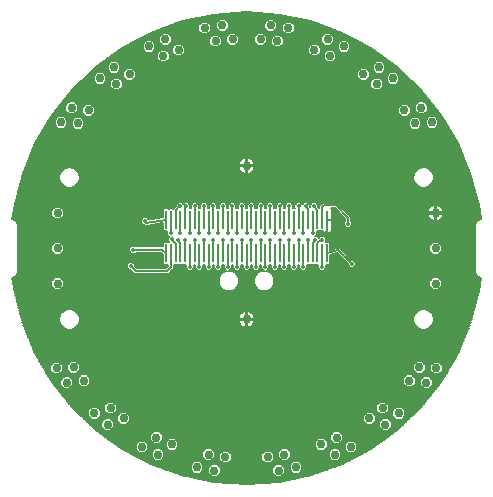
<source format=gtl>
G75*
%MOIN*%
%OFA0B0*%
%FSLAX25Y25*%
%IPPOS*%
%LPD*%
%AMOC8*
5,1,8,0,0,1.08239X$1,22.5*
%
%ADD10C,0.02953*%
%ADD11R,0.00787X0.06457*%
%ADD12C,0.01387*%
%ADD13C,0.00500*%
%ADD14C,0.00787*%
D10*
X0054999Y0051266D03*
X0059506Y0047405D03*
X0060447Y0052948D03*
X0064845Y0049494D03*
X0070940Y0039995D03*
X0075766Y0043029D03*
X0076293Y0037431D03*
X0080909Y0040831D03*
X0089255Y0033233D03*
X0093131Y0037413D03*
X0098668Y0036621D03*
X0095089Y0032142D03*
X0112887Y0036621D03*
X0116466Y0032142D03*
X0122301Y0033233D03*
X0118424Y0037413D03*
X0130646Y0040831D03*
X0135789Y0043029D03*
X0135262Y0037431D03*
X0140615Y0039995D03*
X0146710Y0049494D03*
X0151109Y0052948D03*
X0152049Y0047405D03*
X0156556Y0051266D03*
X0159984Y0062019D03*
X0163339Y0066494D03*
X0169036Y0066280D03*
X0165682Y0061383D03*
X0168770Y0094360D03*
X0168770Y0106171D03*
X0168770Y0117982D03*
X0167606Y0148246D03*
X0164082Y0153023D03*
X0161919Y0147833D03*
X0158410Y0152188D03*
X0154609Y0162815D03*
X0149970Y0166517D03*
X0149223Y0160944D03*
X0144707Y0164243D03*
X0138285Y0173523D03*
X0133567Y0170322D03*
X0128350Y0172339D03*
X0132845Y0175898D03*
X0119745Y0179642D03*
X0116017Y0175329D03*
X0110456Y0175927D03*
X0113876Y0180528D03*
X0101100Y0175927D03*
X0095539Y0175329D03*
X0091810Y0179642D03*
X0097679Y0180528D03*
X0083205Y0172339D03*
X0078710Y0175898D03*
X0077988Y0170322D03*
X0073271Y0173523D03*
X0066848Y0164243D03*
X0062332Y0160944D03*
X0056946Y0162815D03*
X0061585Y0166517D03*
X0053145Y0152188D03*
X0049636Y0147833D03*
X0047473Y0153023D03*
X0043950Y0148246D03*
X0042785Y0117982D03*
X0042785Y0106171D03*
X0042785Y0094360D03*
X0048216Y0066494D03*
X0042519Y0066280D03*
X0045873Y0061383D03*
X0051571Y0062019D03*
X0105778Y0082549D03*
X0105778Y0133730D03*
D11*
X0105778Y0115699D03*
X0107352Y0115699D03*
X0108927Y0115699D03*
X0110502Y0115699D03*
X0112077Y0115699D03*
X0113652Y0115699D03*
X0115226Y0115699D03*
X0116801Y0115699D03*
X0118376Y0115699D03*
X0119951Y0115699D03*
X0121526Y0115699D03*
X0123100Y0115699D03*
X0124675Y0115699D03*
X0126250Y0115699D03*
X0127825Y0115699D03*
X0129400Y0115699D03*
X0130974Y0115699D03*
X0132549Y0115699D03*
X0132549Y0104518D03*
X0130974Y0104518D03*
X0129400Y0104518D03*
X0127825Y0104518D03*
X0126250Y0104518D03*
X0124675Y0104518D03*
X0123100Y0104518D03*
X0121526Y0104518D03*
X0119951Y0104518D03*
X0118376Y0104518D03*
X0116801Y0104518D03*
X0115226Y0104518D03*
X0113652Y0104518D03*
X0112077Y0104518D03*
X0110502Y0104518D03*
X0108927Y0104518D03*
X0107352Y0104518D03*
X0105778Y0104518D03*
X0104203Y0104518D03*
X0102628Y0104518D03*
X0101053Y0104518D03*
X0099478Y0104518D03*
X0097904Y0104518D03*
X0096329Y0104518D03*
X0094754Y0104518D03*
X0093179Y0104518D03*
X0091604Y0104518D03*
X0090030Y0104518D03*
X0088455Y0104518D03*
X0086880Y0104518D03*
X0085305Y0104518D03*
X0083730Y0104518D03*
X0082156Y0104518D03*
X0080581Y0104518D03*
X0079006Y0104518D03*
X0079006Y0115699D03*
X0080581Y0115699D03*
X0082156Y0115699D03*
X0083730Y0115699D03*
X0085305Y0115699D03*
X0086880Y0115699D03*
X0088455Y0115699D03*
X0090030Y0115699D03*
X0091604Y0115699D03*
X0093179Y0115699D03*
X0094754Y0115699D03*
X0096329Y0115699D03*
X0097904Y0115699D03*
X0099478Y0115699D03*
X0101053Y0115699D03*
X0102628Y0115699D03*
X0104203Y0115699D03*
D12*
X0104203Y0120148D03*
X0101053Y0120148D03*
X0097904Y0120148D03*
X0094754Y0120148D03*
X0091604Y0120148D03*
X0088455Y0120148D03*
X0085699Y0120148D03*
X0083730Y0120148D03*
X0083730Y0111289D03*
X0082943Y0108927D03*
X0080974Y0109321D03*
X0080581Y0111289D03*
X0085305Y0108927D03*
X0086880Y0111289D03*
X0088455Y0108927D03*
X0090030Y0111289D03*
X0091604Y0108927D03*
X0093179Y0111289D03*
X0094754Y0108927D03*
X0096329Y0111289D03*
X0097904Y0108927D03*
X0099478Y0111289D03*
X0101053Y0108927D03*
X0102628Y0111289D03*
X0104203Y0108927D03*
X0105778Y0111289D03*
X0107352Y0108927D03*
X0108927Y0111289D03*
X0110502Y0108927D03*
X0112077Y0111289D03*
X0113652Y0108927D03*
X0115226Y0111289D03*
X0116801Y0108927D03*
X0118376Y0111289D03*
X0119951Y0108927D03*
X0121526Y0111289D03*
X0123100Y0108927D03*
X0124675Y0111289D03*
X0126250Y0108927D03*
X0128612Y0108927D03*
X0129833Y0110581D03*
X0130974Y0108927D03*
X0127825Y0111289D03*
X0135305Y0109321D03*
X0135305Y0103022D03*
X0130974Y0100069D03*
X0124675Y0100069D03*
X0121526Y0100069D03*
X0118376Y0100069D03*
X0115226Y0100069D03*
X0112077Y0100069D03*
X0108927Y0100069D03*
X0105778Y0100069D03*
X0102628Y0100069D03*
X0099478Y0100069D03*
X0096329Y0100069D03*
X0093179Y0100069D03*
X0090030Y0100069D03*
X0086880Y0100069D03*
X0071919Y0115226D03*
X0067982Y0105778D03*
X0067195Y0100266D03*
X0058533Y0090423D03*
X0050659Y0094360D03*
X0034911Y0098297D03*
X0034911Y0086486D03*
X0038848Y0078612D03*
X0034911Y0110108D03*
X0034911Y0125856D03*
X0038848Y0137667D03*
X0054596Y0129793D03*
X0050659Y0121919D03*
X0058533Y0121919D03*
X0086093Y0141604D03*
X0086093Y0153415D03*
X0086093Y0165226D03*
X0070344Y0153415D03*
X0105778Y0145541D03*
X0105778Y0161289D03*
X0125463Y0161289D03*
X0125463Y0145541D03*
X0141211Y0153415D03*
X0160896Y0137667D03*
X0172707Y0137667D03*
X0180581Y0121919D03*
X0180581Y0106171D03*
X0164833Y0121919D03*
X0149085Y0121919D03*
X0139636Y0114439D03*
X0149085Y0106171D03*
X0140817Y0101053D03*
X0141211Y0090423D03*
X0153022Y0086486D03*
X0156959Y0078612D03*
X0176644Y0078612D03*
X0180581Y0090423D03*
X0160896Y0102234D03*
X0145148Y0133730D03*
X0128219Y0120148D03*
X0125463Y0120148D03*
X0123100Y0120148D03*
X0119951Y0120148D03*
X0116801Y0120148D03*
X0113652Y0120148D03*
X0110502Y0120148D03*
X0107352Y0120148D03*
X0126644Y0127234D03*
X0105778Y0066801D03*
X0105778Y0058927D03*
X0105778Y0047116D03*
X0105778Y0039242D03*
X0105778Y0035305D03*
X0086093Y0051053D03*
X0086093Y0058927D03*
X0129400Y0058927D03*
X0137274Y0051053D03*
D13*
X0053917Y0049341D02*
X0051662Y0049341D01*
X0052183Y0048842D02*
X0057937Y0048842D01*
X0057438Y0048344D02*
X0052704Y0048344D01*
X0053226Y0047845D02*
X0057380Y0047845D01*
X0057380Y0048286D02*
X0057380Y0046524D01*
X0058625Y0045278D01*
X0060387Y0045278D01*
X0061633Y0046524D01*
X0061633Y0048286D01*
X0060387Y0049531D01*
X0058625Y0049531D01*
X0057380Y0048286D01*
X0057380Y0047347D02*
X0053747Y0047347D01*
X0054268Y0046848D02*
X0057380Y0046848D01*
X0057554Y0046350D02*
X0054790Y0046350D01*
X0055311Y0045851D02*
X0058053Y0045851D01*
X0058551Y0045353D02*
X0055947Y0045353D01*
X0055484Y0045686D02*
X0047602Y0053223D01*
X0040839Y0061776D01*
X0035324Y0071183D01*
X0031162Y0081262D01*
X0028435Y0091820D01*
X0027765Y0096288D01*
X0028827Y0096901D01*
X0028827Y0096901D01*
X0028827Y0096901D01*
X0029482Y0098036D01*
X0029482Y0114307D01*
X0028827Y0115441D01*
X0028827Y0115441D01*
X0028827Y0115441D01*
X0027765Y0116054D01*
X0028435Y0120523D01*
X0031162Y0131080D01*
X0035324Y0141159D01*
X0040839Y0150566D01*
X0047602Y0159120D01*
X0055484Y0166656D01*
X0064331Y0173030D01*
X0073975Y0178119D01*
X0084230Y0181826D01*
X0094899Y0184079D01*
X0105778Y0184834D01*
X0116656Y0184079D01*
X0127325Y0181826D01*
X0137580Y0178119D01*
X0147224Y0173030D01*
X0156072Y0166656D01*
X0163953Y0159120D01*
X0170716Y0150566D01*
X0176231Y0141159D01*
X0180393Y0131080D01*
X0183121Y0120523D01*
X0183790Y0116054D01*
X0182728Y0115441D01*
X0182073Y0114307D01*
X0182073Y0098036D01*
X0182728Y0096901D01*
X0183790Y0096288D01*
X0183121Y0091820D01*
X0180393Y0081262D01*
X0176231Y0071183D01*
X0170716Y0061776D01*
X0163953Y0053223D01*
X0156072Y0045686D01*
X0147224Y0039313D01*
X0137580Y0034223D01*
X0127325Y0030517D01*
X0116656Y0028264D01*
X0105778Y0027508D01*
X0094899Y0028264D01*
X0084230Y0030517D01*
X0073975Y0034223D01*
X0064331Y0039313D01*
X0055484Y0045686D01*
X0056639Y0044854D02*
X0074584Y0044854D01*
X0074886Y0045156D02*
X0073640Y0043910D01*
X0073640Y0042149D01*
X0074886Y0040903D01*
X0076647Y0040903D01*
X0077893Y0042149D01*
X0077893Y0043910D01*
X0076647Y0045156D01*
X0074886Y0045156D01*
X0074086Y0044356D02*
X0057331Y0044356D01*
X0058023Y0043857D02*
X0073640Y0043857D01*
X0073640Y0043359D02*
X0058714Y0043359D01*
X0059406Y0042860D02*
X0073640Y0042860D01*
X0073640Y0042362D02*
X0060098Y0042362D01*
X0060790Y0041863D02*
X0069801Y0041863D01*
X0070059Y0042121D02*
X0068813Y0040875D01*
X0068813Y0039114D01*
X0070059Y0037868D01*
X0071821Y0037868D01*
X0073066Y0039114D01*
X0073066Y0040875D01*
X0071821Y0042121D01*
X0070059Y0042121D01*
X0069303Y0041365D02*
X0061482Y0041365D01*
X0062174Y0040866D02*
X0068813Y0040866D01*
X0068813Y0040368D02*
X0062866Y0040368D01*
X0063558Y0039869D02*
X0068813Y0039869D01*
X0068813Y0039371D02*
X0064250Y0039371D01*
X0065165Y0038872D02*
X0069055Y0038872D01*
X0069554Y0038374D02*
X0066110Y0038374D01*
X0067055Y0037875D02*
X0070052Y0037875D01*
X0068944Y0036878D02*
X0074166Y0036878D01*
X0074166Y0036551D02*
X0075412Y0035305D01*
X0077174Y0035305D01*
X0078419Y0036551D01*
X0078419Y0038312D01*
X0077174Y0039558D01*
X0075412Y0039558D01*
X0074166Y0038312D01*
X0074166Y0036551D01*
X0074337Y0036380D02*
X0069889Y0036380D01*
X0070834Y0035881D02*
X0074836Y0035881D01*
X0075334Y0035383D02*
X0071778Y0035383D01*
X0072723Y0034884D02*
X0087899Y0034884D01*
X0088374Y0035359D02*
X0087128Y0034114D01*
X0087128Y0032352D01*
X0088374Y0031107D01*
X0090135Y0031107D01*
X0091381Y0032352D01*
X0091381Y0034114D01*
X0090135Y0035359D01*
X0088374Y0035359D01*
X0087400Y0034386D02*
X0073668Y0034386D01*
X0074905Y0033887D02*
X0087128Y0033887D01*
X0087128Y0033389D02*
X0076285Y0033389D01*
X0077664Y0032890D02*
X0087128Y0032890D01*
X0087128Y0032392D02*
X0079043Y0032392D01*
X0080422Y0031893D02*
X0087587Y0031893D01*
X0088086Y0031395D02*
X0081801Y0031395D01*
X0083181Y0030896D02*
X0093328Y0030896D01*
X0092962Y0031262D02*
X0094208Y0030016D01*
X0095969Y0030016D01*
X0097215Y0031262D01*
X0097215Y0033023D01*
X0095969Y0034269D01*
X0094208Y0034269D01*
X0092962Y0033023D01*
X0092962Y0031262D01*
X0092962Y0031395D02*
X0090423Y0031395D01*
X0090922Y0031893D02*
X0092962Y0031893D01*
X0092962Y0032392D02*
X0091381Y0032392D01*
X0091381Y0032890D02*
X0092962Y0032890D01*
X0093328Y0033389D02*
X0091381Y0033389D01*
X0091381Y0033887D02*
X0093826Y0033887D01*
X0094012Y0035287D02*
X0092250Y0035287D01*
X0091005Y0036533D01*
X0091005Y0038294D01*
X0092250Y0039540D01*
X0094012Y0039540D01*
X0095258Y0038294D01*
X0095258Y0036533D01*
X0094012Y0035287D01*
X0094108Y0035383D02*
X0096899Y0035383D01*
X0096542Y0035740D02*
X0097787Y0034495D01*
X0099549Y0034495D01*
X0100794Y0035740D01*
X0100794Y0037502D01*
X0099549Y0038748D01*
X0097787Y0038748D01*
X0096542Y0037502D01*
X0096542Y0035740D01*
X0096542Y0035881D02*
X0094606Y0035881D01*
X0095105Y0036380D02*
X0096542Y0036380D01*
X0096542Y0036878D02*
X0095258Y0036878D01*
X0095258Y0037377D02*
X0096542Y0037377D01*
X0096915Y0037875D02*
X0095258Y0037875D01*
X0095178Y0038374D02*
X0097413Y0038374D01*
X0099923Y0038374D02*
X0111632Y0038374D01*
X0112006Y0038748D02*
X0110761Y0037502D01*
X0110761Y0035740D01*
X0112006Y0034495D01*
X0113768Y0034495D01*
X0115014Y0035740D01*
X0115014Y0037502D01*
X0113768Y0038748D01*
X0112006Y0038748D01*
X0111134Y0037875D02*
X0100421Y0037875D01*
X0100794Y0037377D02*
X0110761Y0037377D01*
X0110761Y0036878D02*
X0100794Y0036878D01*
X0100794Y0036380D02*
X0110761Y0036380D01*
X0110761Y0035881D02*
X0100794Y0035881D01*
X0100437Y0035383D02*
X0111119Y0035383D01*
X0111617Y0034884D02*
X0099938Y0034884D01*
X0097398Y0034884D02*
X0090610Y0034884D01*
X0091109Y0034386D02*
X0120446Y0034386D01*
X0120174Y0034114D02*
X0120174Y0032352D01*
X0121420Y0031107D01*
X0123181Y0031107D01*
X0124427Y0032352D01*
X0124427Y0034114D01*
X0123181Y0035359D01*
X0121420Y0035359D01*
X0120174Y0034114D01*
X0120174Y0033887D02*
X0117729Y0033887D01*
X0117347Y0034269D02*
X0115586Y0034269D01*
X0114340Y0033023D01*
X0114340Y0031262D01*
X0115586Y0030016D01*
X0117347Y0030016D01*
X0118593Y0031262D01*
X0118593Y0033023D01*
X0117347Y0034269D01*
X0117543Y0035287D02*
X0119305Y0035287D01*
X0120550Y0036533D01*
X0120550Y0038294D01*
X0119305Y0039540D01*
X0117543Y0039540D01*
X0116298Y0038294D01*
X0116298Y0036533D01*
X0117543Y0035287D01*
X0117448Y0035383D02*
X0114656Y0035383D01*
X0115014Y0035881D02*
X0116949Y0035881D01*
X0116451Y0036380D02*
X0115014Y0036380D01*
X0115014Y0036878D02*
X0116298Y0036878D01*
X0116298Y0037377D02*
X0115014Y0037377D01*
X0114640Y0037875D02*
X0116298Y0037875D01*
X0116377Y0038374D02*
X0114142Y0038374D01*
X0116876Y0038872D02*
X0094680Y0038872D01*
X0094181Y0039371D02*
X0117374Y0039371D01*
X0119474Y0039371D02*
X0129099Y0039371D01*
X0128601Y0039869D02*
X0082955Y0039869D01*
X0083036Y0039950D02*
X0081790Y0038705D01*
X0080029Y0038705D01*
X0078783Y0039950D01*
X0078783Y0041712D01*
X0080029Y0042958D01*
X0081790Y0042958D01*
X0083036Y0041712D01*
X0083036Y0039950D01*
X0083036Y0040368D02*
X0128519Y0040368D01*
X0128519Y0039950D02*
X0129765Y0038705D01*
X0131527Y0038705D01*
X0132772Y0039950D01*
X0132772Y0041712D01*
X0131527Y0042958D01*
X0129765Y0042958D01*
X0128519Y0041712D01*
X0128519Y0039950D01*
X0128519Y0040866D02*
X0083036Y0040866D01*
X0083036Y0041365D02*
X0128519Y0041365D01*
X0128671Y0041863D02*
X0082884Y0041863D01*
X0082386Y0042362D02*
X0129169Y0042362D01*
X0129668Y0042860D02*
X0081887Y0042860D01*
X0079931Y0042860D02*
X0077893Y0042860D01*
X0077893Y0042362D02*
X0079433Y0042362D01*
X0078934Y0041863D02*
X0077607Y0041863D01*
X0077109Y0041365D02*
X0078783Y0041365D01*
X0078783Y0040866D02*
X0073066Y0040866D01*
X0073066Y0040368D02*
X0078783Y0040368D01*
X0078864Y0039869D02*
X0073066Y0039869D01*
X0073066Y0039371D02*
X0075225Y0039371D01*
X0074727Y0038872D02*
X0072824Y0038872D01*
X0072326Y0038374D02*
X0074228Y0038374D01*
X0074166Y0037875D02*
X0071827Y0037875D01*
X0074166Y0037377D02*
X0067999Y0037377D01*
X0072078Y0041863D02*
X0073925Y0041863D01*
X0074424Y0041365D02*
X0072577Y0041365D01*
X0077361Y0039371D02*
X0079363Y0039371D01*
X0079861Y0038872D02*
X0077859Y0038872D01*
X0078358Y0038374D02*
X0091084Y0038374D01*
X0091005Y0037875D02*
X0078419Y0037875D01*
X0078419Y0037377D02*
X0091005Y0037377D01*
X0091005Y0036878D02*
X0078419Y0036878D01*
X0078248Y0036380D02*
X0091158Y0036380D01*
X0091656Y0035881D02*
X0077750Y0035881D01*
X0077251Y0035383D02*
X0092155Y0035383D01*
X0091583Y0038872D02*
X0081958Y0038872D01*
X0082456Y0039371D02*
X0092081Y0039371D01*
X0096351Y0033887D02*
X0115204Y0033887D01*
X0114706Y0033389D02*
X0096850Y0033389D01*
X0097215Y0032890D02*
X0114340Y0032890D01*
X0114340Y0032392D02*
X0097215Y0032392D01*
X0097215Y0031893D02*
X0114340Y0031893D01*
X0114340Y0031395D02*
X0097215Y0031395D01*
X0096849Y0030896D02*
X0114706Y0030896D01*
X0115204Y0030398D02*
X0096351Y0030398D01*
X0093826Y0030398D02*
X0084795Y0030398D01*
X0087155Y0029899D02*
X0124400Y0029899D01*
X0123469Y0031395D02*
X0129754Y0031395D01*
X0131133Y0031893D02*
X0123968Y0031893D01*
X0124427Y0032392D02*
X0132512Y0032392D01*
X0133891Y0032890D02*
X0124427Y0032890D01*
X0124427Y0033389D02*
X0135271Y0033389D01*
X0136650Y0033887D02*
X0124427Y0033887D01*
X0124155Y0034386D02*
X0137888Y0034386D01*
X0138832Y0034884D02*
X0123656Y0034884D01*
X0120945Y0034884D02*
X0114157Y0034884D01*
X0118227Y0033389D02*
X0120174Y0033389D01*
X0120174Y0032890D02*
X0118593Y0032890D01*
X0118593Y0032392D02*
X0120174Y0032392D01*
X0120633Y0031893D02*
X0118593Y0031893D01*
X0118593Y0031395D02*
X0121132Y0031395D01*
X0122039Y0029401D02*
X0089516Y0029401D01*
X0091877Y0028902D02*
X0119678Y0028902D01*
X0117317Y0028403D02*
X0094238Y0028403D01*
X0100065Y0027905D02*
X0111491Y0027905D01*
X0117729Y0030398D02*
X0126761Y0030398D01*
X0128374Y0030896D02*
X0118227Y0030896D01*
X0119400Y0035383D02*
X0134304Y0035383D01*
X0134382Y0035305D02*
X0136143Y0035305D01*
X0137389Y0036551D01*
X0137389Y0038312D01*
X0136143Y0039558D01*
X0134382Y0039558D01*
X0133136Y0038312D01*
X0133136Y0036551D01*
X0134382Y0035305D01*
X0133805Y0035881D02*
X0119899Y0035881D01*
X0120397Y0036380D02*
X0133307Y0036380D01*
X0133136Y0036878D02*
X0120550Y0036878D01*
X0120550Y0037377D02*
X0133136Y0037377D01*
X0133136Y0037875D02*
X0120550Y0037875D01*
X0120471Y0038374D02*
X0133198Y0038374D01*
X0133696Y0038872D02*
X0131694Y0038872D01*
X0132192Y0039371D02*
X0134195Y0039371D01*
X0132691Y0039869D02*
X0138489Y0039869D01*
X0138489Y0039371D02*
X0136330Y0039371D01*
X0136829Y0038872D02*
X0138731Y0038872D01*
X0138489Y0039114D02*
X0139735Y0037868D01*
X0141496Y0037868D01*
X0142742Y0039114D01*
X0142742Y0040875D01*
X0141496Y0042121D01*
X0139735Y0042121D01*
X0138489Y0040875D01*
X0138489Y0039114D01*
X0139229Y0038374D02*
X0137327Y0038374D01*
X0137389Y0037875D02*
X0139728Y0037875D01*
X0141503Y0037875D02*
X0144500Y0037875D01*
X0143556Y0037377D02*
X0137389Y0037377D01*
X0137389Y0036878D02*
X0142611Y0036878D01*
X0141666Y0036380D02*
X0137218Y0036380D01*
X0136719Y0035881D02*
X0140722Y0035881D01*
X0139777Y0035383D02*
X0136221Y0035383D01*
X0138489Y0040368D02*
X0132772Y0040368D01*
X0132772Y0040866D02*
X0138489Y0040866D01*
X0138978Y0041365D02*
X0137131Y0041365D01*
X0136670Y0040903D02*
X0137915Y0042149D01*
X0137915Y0043910D01*
X0136670Y0045156D01*
X0134908Y0045156D01*
X0133662Y0043910D01*
X0133662Y0042149D01*
X0134908Y0040903D01*
X0136670Y0040903D01*
X0137630Y0041863D02*
X0139477Y0041863D01*
X0137915Y0042362D02*
X0151457Y0042362D01*
X0152149Y0042860D02*
X0137915Y0042860D01*
X0137915Y0043359D02*
X0152841Y0043359D01*
X0153533Y0043857D02*
X0137915Y0043857D01*
X0137470Y0044356D02*
X0154225Y0044356D01*
X0154917Y0044854D02*
X0136971Y0044854D01*
X0134607Y0044854D02*
X0076949Y0044854D01*
X0077447Y0044356D02*
X0134108Y0044356D01*
X0133662Y0043857D02*
X0077893Y0043857D01*
X0077893Y0043359D02*
X0133662Y0043359D01*
X0133662Y0042860D02*
X0131624Y0042860D01*
X0132122Y0042362D02*
X0133662Y0042362D01*
X0133948Y0041863D02*
X0132621Y0041863D01*
X0132772Y0041365D02*
X0134446Y0041365D01*
X0129598Y0038872D02*
X0119972Y0038872D01*
X0141754Y0041863D02*
X0150765Y0041863D01*
X0150073Y0041365D02*
X0142252Y0041365D01*
X0142742Y0040866D02*
X0149381Y0040866D01*
X0148689Y0040368D02*
X0142742Y0040368D01*
X0142742Y0039869D02*
X0147997Y0039869D01*
X0147305Y0039371D02*
X0142742Y0039371D01*
X0142500Y0038872D02*
X0146390Y0038872D01*
X0145445Y0038374D02*
X0142002Y0038374D01*
X0145829Y0047368D02*
X0147590Y0047368D01*
X0148836Y0048613D01*
X0148836Y0050375D01*
X0147590Y0051620D01*
X0145829Y0051620D01*
X0144583Y0050375D01*
X0144583Y0048613D01*
X0145829Y0047368D01*
X0145351Y0047845D02*
X0066204Y0047845D01*
X0065726Y0047368D02*
X0063965Y0047368D01*
X0062719Y0048613D01*
X0062719Y0050375D01*
X0063965Y0051620D01*
X0065726Y0051620D01*
X0066972Y0050375D01*
X0066972Y0048613D01*
X0065726Y0047368D01*
X0066703Y0048344D02*
X0144853Y0048344D01*
X0144583Y0048842D02*
X0066972Y0048842D01*
X0066972Y0049341D02*
X0144583Y0049341D01*
X0144583Y0049839D02*
X0066972Y0049839D01*
X0066972Y0050338D02*
X0144583Y0050338D01*
X0145045Y0050837D02*
X0066510Y0050837D01*
X0066012Y0051335D02*
X0145544Y0051335D01*
X0147876Y0051335D02*
X0149715Y0051335D01*
X0150213Y0050837D02*
X0148374Y0050837D01*
X0148836Y0050338D02*
X0154477Y0050338D01*
X0154430Y0050385D02*
X0155675Y0049140D01*
X0157437Y0049140D01*
X0158682Y0050385D01*
X0158682Y0052147D01*
X0157437Y0053393D01*
X0155675Y0053393D01*
X0154430Y0052147D01*
X0154430Y0050385D01*
X0154430Y0050837D02*
X0152004Y0050837D01*
X0151989Y0050822D02*
X0153235Y0052068D01*
X0153235Y0053829D01*
X0151989Y0055075D01*
X0150228Y0055075D01*
X0148982Y0053829D01*
X0148982Y0052068D01*
X0150228Y0050822D01*
X0151989Y0050822D01*
X0152502Y0051335D02*
X0154430Y0051335D01*
X0154430Y0051834D02*
X0153001Y0051834D01*
X0153235Y0052332D02*
X0154615Y0052332D01*
X0155113Y0052831D02*
X0153235Y0052831D01*
X0153235Y0053329D02*
X0155612Y0053329D01*
X0157500Y0053329D02*
X0164037Y0053329D01*
X0164431Y0053828D02*
X0153235Y0053828D01*
X0152738Y0054326D02*
X0164825Y0054326D01*
X0165219Y0054825D02*
X0152239Y0054825D01*
X0149978Y0054825D02*
X0061578Y0054825D01*
X0061327Y0055075D02*
X0059566Y0055075D01*
X0058320Y0053829D01*
X0058320Y0052068D01*
X0059566Y0050822D01*
X0061327Y0050822D01*
X0062573Y0052068D01*
X0062573Y0053829D01*
X0061327Y0055075D01*
X0062076Y0054326D02*
X0149479Y0054326D01*
X0148982Y0053828D02*
X0062573Y0053828D01*
X0062573Y0053329D02*
X0148982Y0053329D01*
X0148982Y0052831D02*
X0062573Y0052831D01*
X0062573Y0052332D02*
X0148982Y0052332D01*
X0149216Y0051834D02*
X0062339Y0051834D01*
X0061840Y0051335D02*
X0063679Y0051335D01*
X0063181Y0050837D02*
X0061342Y0050837D01*
X0062719Y0050338D02*
X0057078Y0050338D01*
X0057125Y0050385D02*
X0055880Y0049140D01*
X0054118Y0049140D01*
X0052873Y0050385D01*
X0052873Y0052147D01*
X0054118Y0053393D01*
X0055880Y0053393D01*
X0057125Y0052147D01*
X0057125Y0050385D01*
X0057125Y0050837D02*
X0059551Y0050837D01*
X0059053Y0051335D02*
X0057125Y0051335D01*
X0057125Y0051834D02*
X0058554Y0051834D01*
X0058320Y0052332D02*
X0056940Y0052332D01*
X0056442Y0052831D02*
X0058320Y0052831D01*
X0058320Y0053329D02*
X0055943Y0053329D01*
X0054055Y0053329D02*
X0047518Y0053329D01*
X0047124Y0053828D02*
X0058320Y0053828D01*
X0058817Y0054326D02*
X0046730Y0054326D01*
X0046336Y0054825D02*
X0059316Y0054825D01*
X0056579Y0049839D02*
X0062719Y0049839D01*
X0062719Y0049341D02*
X0060577Y0049341D01*
X0061076Y0048842D02*
X0062719Y0048842D01*
X0062988Y0048344D02*
X0061574Y0048344D01*
X0061633Y0047845D02*
X0063487Y0047845D01*
X0061633Y0047347D02*
X0149922Y0047347D01*
X0149922Y0047845D02*
X0148068Y0047845D01*
X0148567Y0048344D02*
X0149981Y0048344D01*
X0149922Y0048286D02*
X0149922Y0046524D01*
X0151168Y0045278D01*
X0152930Y0045278D01*
X0154175Y0046524D01*
X0154175Y0048286D01*
X0152930Y0049531D01*
X0151168Y0049531D01*
X0149922Y0048286D01*
X0150479Y0048842D02*
X0148836Y0048842D01*
X0148836Y0049341D02*
X0150978Y0049341D01*
X0153120Y0049341D02*
X0155474Y0049341D01*
X0154976Y0049839D02*
X0148836Y0049839D01*
X0149922Y0046848D02*
X0061633Y0046848D01*
X0061458Y0046350D02*
X0150097Y0046350D01*
X0150595Y0045851D02*
X0060960Y0045851D01*
X0060461Y0045353D02*
X0151094Y0045353D01*
X0153004Y0045353D02*
X0155609Y0045353D01*
X0156244Y0045851D02*
X0153503Y0045851D01*
X0154001Y0046350D02*
X0156765Y0046350D01*
X0157287Y0046848D02*
X0154175Y0046848D01*
X0154175Y0047347D02*
X0157808Y0047347D01*
X0158329Y0047845D02*
X0154175Y0047845D01*
X0154117Y0048344D02*
X0158851Y0048344D01*
X0159372Y0048842D02*
X0153618Y0048842D01*
X0157638Y0049341D02*
X0159893Y0049341D01*
X0160415Y0049839D02*
X0158136Y0049839D01*
X0158635Y0050338D02*
X0160936Y0050338D01*
X0161457Y0050837D02*
X0158682Y0050837D01*
X0158682Y0051335D02*
X0161979Y0051335D01*
X0162500Y0051834D02*
X0158682Y0051834D01*
X0158497Y0052332D02*
X0163021Y0052332D01*
X0163543Y0052831D02*
X0157999Y0052831D01*
X0159103Y0059893D02*
X0160865Y0059893D01*
X0162110Y0061138D01*
X0162110Y0062900D01*
X0160865Y0064146D01*
X0159103Y0064146D01*
X0157858Y0062900D01*
X0157858Y0061138D01*
X0159103Y0059893D01*
X0158688Y0060308D02*
X0052867Y0060308D01*
X0052452Y0059893D02*
X0050690Y0059893D01*
X0049445Y0061138D01*
X0049445Y0062900D01*
X0050690Y0064146D01*
X0052452Y0064146D01*
X0053697Y0062900D01*
X0053697Y0061138D01*
X0052452Y0059893D01*
X0053366Y0060807D02*
X0158189Y0060807D01*
X0157858Y0061305D02*
X0053697Y0061305D01*
X0053697Y0061804D02*
X0157858Y0061804D01*
X0157858Y0062302D02*
X0053697Y0062302D01*
X0053697Y0062801D02*
X0157858Y0062801D01*
X0158257Y0063299D02*
X0053298Y0063299D01*
X0052800Y0063798D02*
X0158756Y0063798D01*
X0161213Y0063798D02*
X0171901Y0063798D01*
X0172193Y0064296D02*
X0170060Y0064296D01*
X0169917Y0064153D02*
X0171163Y0065399D01*
X0171163Y0067160D01*
X0169917Y0068406D01*
X0168155Y0068406D01*
X0166910Y0067160D01*
X0166910Y0065399D01*
X0168155Y0064153D01*
X0169917Y0064153D01*
X0170559Y0064795D02*
X0172486Y0064795D01*
X0172778Y0065293D02*
X0171057Y0065293D01*
X0171163Y0065792D02*
X0173070Y0065792D01*
X0173363Y0066290D02*
X0171163Y0066290D01*
X0171163Y0066789D02*
X0173655Y0066789D01*
X0173947Y0067287D02*
X0171036Y0067287D01*
X0170537Y0067786D02*
X0174239Y0067786D01*
X0174532Y0068284D02*
X0170039Y0068284D01*
X0168034Y0068284D02*
X0164556Y0068284D01*
X0164220Y0068621D02*
X0162458Y0068621D01*
X0161213Y0067375D01*
X0161213Y0065614D01*
X0162458Y0064368D01*
X0164220Y0064368D01*
X0165465Y0065614D01*
X0165465Y0067375D01*
X0164220Y0068621D01*
X0165055Y0067786D02*
X0167535Y0067786D01*
X0167037Y0067287D02*
X0165465Y0067287D01*
X0165465Y0066789D02*
X0166910Y0066789D01*
X0166910Y0066290D02*
X0165465Y0066290D01*
X0165465Y0065792D02*
X0166910Y0065792D01*
X0167015Y0065293D02*
X0165145Y0065293D01*
X0164646Y0064795D02*
X0167514Y0064795D01*
X0168012Y0064296D02*
X0043543Y0064296D01*
X0043400Y0064153D02*
X0041638Y0064153D01*
X0040392Y0065399D01*
X0040392Y0067160D01*
X0041638Y0068406D01*
X0043400Y0068406D01*
X0044645Y0067160D01*
X0044645Y0065399D01*
X0043400Y0064153D01*
X0044041Y0064795D02*
X0046909Y0064795D01*
X0047335Y0064368D02*
X0049097Y0064368D01*
X0050343Y0065614D01*
X0050343Y0067375D01*
X0049097Y0068621D01*
X0047335Y0068621D01*
X0046090Y0067375D01*
X0046090Y0065614D01*
X0047335Y0064368D01*
X0046754Y0063510D02*
X0044992Y0063510D01*
X0043747Y0062264D01*
X0043747Y0060502D01*
X0044992Y0059257D01*
X0046754Y0059257D01*
X0047999Y0060502D01*
X0047999Y0062264D01*
X0046754Y0063510D01*
X0046964Y0063299D02*
X0049844Y0063299D01*
X0049445Y0062801D02*
X0047463Y0062801D01*
X0047961Y0062302D02*
X0049445Y0062302D01*
X0049445Y0061804D02*
X0047999Y0061804D01*
X0047999Y0061305D02*
X0049445Y0061305D01*
X0049776Y0060807D02*
X0047999Y0060807D01*
X0047805Y0060308D02*
X0050275Y0060308D01*
X0047307Y0059810D02*
X0164248Y0059810D01*
X0163750Y0060308D02*
X0161280Y0060308D01*
X0161779Y0060807D02*
X0163556Y0060807D01*
X0163556Y0060502D02*
X0164801Y0059257D01*
X0166563Y0059257D01*
X0167808Y0060502D01*
X0167808Y0062264D01*
X0166563Y0063510D01*
X0164801Y0063510D01*
X0163556Y0062264D01*
X0163556Y0060502D01*
X0163556Y0061305D02*
X0162110Y0061305D01*
X0162110Y0061804D02*
X0163556Y0061804D01*
X0163594Y0062302D02*
X0162110Y0062302D01*
X0162110Y0062801D02*
X0164093Y0062801D01*
X0164591Y0063299D02*
X0161711Y0063299D01*
X0162031Y0064795D02*
X0049524Y0064795D01*
X0050022Y0065293D02*
X0161533Y0065293D01*
X0161213Y0065792D02*
X0050343Y0065792D01*
X0050343Y0066290D02*
X0161213Y0066290D01*
X0161213Y0066789D02*
X0050343Y0066789D01*
X0050343Y0067287D02*
X0161213Y0067287D01*
X0161623Y0067786D02*
X0049932Y0067786D01*
X0049433Y0068284D02*
X0162122Y0068284D01*
X0166773Y0063299D02*
X0171609Y0063299D01*
X0171317Y0062801D02*
X0167272Y0062801D01*
X0167770Y0062302D02*
X0171024Y0062302D01*
X0170732Y0061804D02*
X0167808Y0061804D01*
X0167808Y0061305D02*
X0170343Y0061305D01*
X0169949Y0060807D02*
X0167808Y0060807D01*
X0167614Y0060308D02*
X0169555Y0060308D01*
X0169161Y0059810D02*
X0167116Y0059810D01*
X0166617Y0059311D02*
X0168767Y0059311D01*
X0168373Y0058813D02*
X0043183Y0058813D01*
X0043577Y0058314D02*
X0167978Y0058314D01*
X0167584Y0057816D02*
X0043971Y0057816D01*
X0044365Y0057317D02*
X0167190Y0057317D01*
X0166796Y0056819D02*
X0044759Y0056819D01*
X0045153Y0056320D02*
X0166402Y0056320D01*
X0166008Y0055822D02*
X0045547Y0055822D01*
X0045942Y0055323D02*
X0165613Y0055323D01*
X0164747Y0059311D02*
X0046808Y0059311D01*
X0044938Y0059311D02*
X0042788Y0059311D01*
X0042394Y0059810D02*
X0044439Y0059810D01*
X0043941Y0060308D02*
X0042000Y0060308D01*
X0041606Y0060807D02*
X0043747Y0060807D01*
X0043747Y0061305D02*
X0041212Y0061305D01*
X0040823Y0061804D02*
X0043747Y0061804D01*
X0043785Y0062302D02*
X0040531Y0062302D01*
X0040239Y0062801D02*
X0044284Y0062801D01*
X0044782Y0063299D02*
X0039946Y0063299D01*
X0039654Y0063798D02*
X0050342Y0063798D01*
X0046410Y0065293D02*
X0044540Y0065293D01*
X0044645Y0065792D02*
X0046090Y0065792D01*
X0046090Y0066290D02*
X0044645Y0066290D01*
X0044645Y0066789D02*
X0046090Y0066789D01*
X0046090Y0067287D02*
X0044518Y0067287D01*
X0044020Y0067786D02*
X0046500Y0067786D01*
X0046999Y0068284D02*
X0043521Y0068284D01*
X0041517Y0068284D02*
X0037023Y0068284D01*
X0037316Y0067786D02*
X0041018Y0067786D01*
X0040520Y0067287D02*
X0037608Y0067287D01*
X0037900Y0066789D02*
X0040392Y0066789D01*
X0040392Y0066290D02*
X0038193Y0066290D01*
X0038485Y0065792D02*
X0040392Y0065792D01*
X0040498Y0065293D02*
X0038777Y0065293D01*
X0039069Y0064795D02*
X0040996Y0064795D01*
X0041495Y0064296D02*
X0039362Y0064296D01*
X0036731Y0068783D02*
X0174824Y0068783D01*
X0175116Y0069281D02*
X0036439Y0069281D01*
X0036147Y0069780D02*
X0175409Y0069780D01*
X0175701Y0070278D02*
X0035854Y0070278D01*
X0035562Y0070777D02*
X0175993Y0070777D01*
X0176269Y0071275D02*
X0035286Y0071275D01*
X0035080Y0071774D02*
X0176475Y0071774D01*
X0176681Y0072272D02*
X0034874Y0072272D01*
X0034668Y0072771D02*
X0176887Y0072771D01*
X0177093Y0073270D02*
X0034462Y0073270D01*
X0034257Y0073768D02*
X0177299Y0073768D01*
X0177504Y0074267D02*
X0034051Y0074267D01*
X0033845Y0074765D02*
X0177710Y0074765D01*
X0177916Y0075264D02*
X0033639Y0075264D01*
X0033433Y0075762D02*
X0178122Y0075762D01*
X0178328Y0076261D02*
X0033227Y0076261D01*
X0033022Y0076759D02*
X0178534Y0076759D01*
X0178739Y0077258D02*
X0032816Y0077258D01*
X0032610Y0077756D02*
X0178945Y0077756D01*
X0179151Y0078255D02*
X0032404Y0078255D01*
X0032198Y0078753D02*
X0179357Y0078753D01*
X0179563Y0079252D02*
X0165780Y0079252D01*
X0165511Y0079140D02*
X0166764Y0079659D01*
X0167723Y0080618D01*
X0168242Y0081871D01*
X0168242Y0083227D01*
X0167723Y0084480D01*
X0166764Y0085439D01*
X0165511Y0085958D01*
X0164155Y0085958D01*
X0162902Y0085439D01*
X0161943Y0084480D01*
X0161424Y0083227D01*
X0161424Y0081871D01*
X0161943Y0080618D01*
X0162902Y0079659D01*
X0164155Y0079140D01*
X0165511Y0079140D01*
X0166855Y0079750D02*
X0179769Y0079750D01*
X0179974Y0080249D02*
X0167353Y0080249D01*
X0167776Y0080747D02*
X0180180Y0080747D01*
X0180386Y0081246D02*
X0167983Y0081246D01*
X0168189Y0081744D02*
X0180517Y0081744D01*
X0180646Y0082243D02*
X0168242Y0082243D01*
X0168242Y0082741D02*
X0180775Y0082741D01*
X0180904Y0083240D02*
X0168237Y0083240D01*
X0168030Y0083738D02*
X0181033Y0083738D01*
X0181161Y0084237D02*
X0167824Y0084237D01*
X0167468Y0084735D02*
X0181290Y0084735D01*
X0181419Y0085234D02*
X0166969Y0085234D01*
X0166056Y0085732D02*
X0181548Y0085732D01*
X0181677Y0086231D02*
X0029879Y0086231D01*
X0029750Y0086729D02*
X0181805Y0086729D01*
X0181934Y0087228D02*
X0029621Y0087228D01*
X0029492Y0087726D02*
X0182063Y0087726D01*
X0182192Y0088225D02*
X0029363Y0088225D01*
X0029235Y0088723D02*
X0182321Y0088723D01*
X0182449Y0089222D02*
X0029106Y0089222D01*
X0028977Y0089720D02*
X0182578Y0089720D01*
X0182707Y0090219D02*
X0028848Y0090219D01*
X0028719Y0090717D02*
X0182836Y0090717D01*
X0182964Y0091216D02*
X0028591Y0091216D01*
X0028462Y0091714D02*
X0183093Y0091714D01*
X0183179Y0092213D02*
X0113031Y0092213D01*
X0113614Y0092454D02*
X0114573Y0093413D01*
X0115092Y0094666D01*
X0115092Y0096023D01*
X0114573Y0097276D01*
X0113614Y0098235D01*
X0112430Y0098725D01*
X0112633Y0098725D01*
X0113420Y0099512D01*
X0113420Y0100625D01*
X0113407Y0100639D01*
X0113897Y0100639D01*
X0113883Y0100625D01*
X0113883Y0099512D01*
X0114670Y0098725D01*
X0115783Y0098725D01*
X0116570Y0099512D01*
X0116570Y0100625D01*
X0116556Y0100639D01*
X0117046Y0100639D01*
X0117032Y0100625D01*
X0117032Y0099512D01*
X0117819Y0098725D01*
X0118933Y0098725D01*
X0119720Y0099512D01*
X0119720Y0100625D01*
X0119706Y0100639D01*
X0120196Y0100639D01*
X0120182Y0100625D01*
X0120182Y0099512D01*
X0120969Y0098725D01*
X0122082Y0098725D01*
X0122869Y0099512D01*
X0122869Y0100625D01*
X0122855Y0100639D01*
X0123345Y0100639D01*
X0123331Y0100625D01*
X0123331Y0099512D01*
X0124119Y0098725D01*
X0125232Y0098725D01*
X0126019Y0099512D01*
X0126019Y0100625D01*
X0126005Y0100639D01*
X0126913Y0100639D01*
X0127037Y0100764D01*
X0127162Y0100639D01*
X0128488Y0100639D01*
X0128612Y0100764D01*
X0128737Y0100639D01*
X0129645Y0100639D01*
X0129631Y0100625D01*
X0129631Y0099512D01*
X0130418Y0098725D01*
X0131531Y0098725D01*
X0132318Y0099512D01*
X0132318Y0100625D01*
X0132304Y0100639D01*
X0133212Y0100639D01*
X0133593Y0101020D01*
X0133593Y0103857D01*
X0136095Y0104502D01*
X0139473Y0101124D01*
X0139473Y0100497D01*
X0140260Y0099709D01*
X0141373Y0099709D01*
X0142161Y0100497D01*
X0142161Y0101610D01*
X0141373Y0102397D01*
X0140746Y0102397D01*
X0137178Y0105965D01*
X0137147Y0106088D01*
X0136924Y0106219D01*
X0136741Y0106402D01*
X0136614Y0106402D01*
X0136504Y0106467D01*
X0136254Y0106402D01*
X0135995Y0106402D01*
X0135905Y0106312D01*
X0133593Y0105716D01*
X0133593Y0108015D01*
X0133212Y0108396D01*
X0132318Y0108396D01*
X0132318Y0109484D01*
X0131531Y0110271D01*
X0130418Y0110271D01*
X0129793Y0109646D01*
X0129169Y0110271D01*
X0128707Y0110271D01*
X0129168Y0110733D01*
X0129168Y0111820D01*
X0130063Y0111820D01*
X0130187Y0111945D01*
X0130311Y0111820D01*
X0131087Y0111820D01*
X0131155Y0111703D01*
X0131388Y0111470D01*
X0131673Y0111306D01*
X0131991Y0111220D01*
X0132549Y0111220D01*
X0132549Y0115699D01*
X0132549Y0115699D01*
X0134193Y0115699D01*
X0134193Y0119092D01*
X0134108Y0119410D01*
X0133974Y0119641D01*
X0135129Y0119641D01*
X0138736Y0116035D01*
X0138736Y0115439D01*
X0138292Y0114996D01*
X0138292Y0113882D01*
X0139079Y0113095D01*
X0140192Y0113095D01*
X0140980Y0113882D01*
X0140980Y0114996D01*
X0140536Y0115439D01*
X0140536Y0116780D01*
X0136402Y0120914D01*
X0135875Y0121441D01*
X0131192Y0121441D01*
X0130665Y0120914D01*
X0130074Y0120324D01*
X0130074Y0119565D01*
X0130063Y0119577D01*
X0130062Y0119577D01*
X0129562Y0120077D01*
X0129562Y0120704D01*
X0128775Y0121491D01*
X0127662Y0121491D01*
X0126875Y0120704D01*
X0126875Y0120008D01*
X0126806Y0120077D01*
X0126806Y0120704D01*
X0126019Y0121491D01*
X0124906Y0121491D01*
X0124281Y0120867D01*
X0123657Y0121491D01*
X0122544Y0121491D01*
X0121757Y0120704D01*
X0121757Y0119591D01*
X0121771Y0119577D01*
X0121281Y0119577D01*
X0121294Y0119591D01*
X0121294Y0120704D01*
X0120507Y0121491D01*
X0119394Y0121491D01*
X0118607Y0120704D01*
X0118607Y0119591D01*
X0118621Y0119577D01*
X0118131Y0119577D01*
X0118145Y0119591D01*
X0118145Y0120704D01*
X0117358Y0121491D01*
X0116245Y0121491D01*
X0115457Y0120704D01*
X0115457Y0119591D01*
X0115471Y0119577D01*
X0114981Y0119577D01*
X0114995Y0119591D01*
X0114995Y0120704D01*
X0114208Y0121491D01*
X0113095Y0121491D01*
X0112308Y0120704D01*
X0112308Y0119591D01*
X0112322Y0119577D01*
X0111832Y0119577D01*
X0111846Y0119591D01*
X0111846Y0120704D01*
X0111059Y0121491D01*
X0109945Y0121491D01*
X0109158Y0120704D01*
X0109158Y0119591D01*
X0109172Y0119577D01*
X0108682Y0119577D01*
X0108696Y0119591D01*
X0108696Y0120704D01*
X0107909Y0121491D01*
X0106796Y0121491D01*
X0106009Y0120704D01*
X0106009Y0119591D01*
X0106023Y0119577D01*
X0105533Y0119577D01*
X0105546Y0119591D01*
X0105546Y0120704D01*
X0104759Y0121491D01*
X0103646Y0121491D01*
X0102859Y0120704D01*
X0102859Y0119591D01*
X0102873Y0119577D01*
X0102383Y0119577D01*
X0102397Y0119591D01*
X0102397Y0120704D01*
X0101610Y0121491D01*
X0100497Y0121491D01*
X0099709Y0120704D01*
X0099709Y0119591D01*
X0099723Y0119577D01*
X0099233Y0119577D01*
X0099247Y0119591D01*
X0099247Y0120704D01*
X0098460Y0121491D01*
X0097347Y0121491D01*
X0096560Y0120704D01*
X0096560Y0119591D01*
X0096574Y0119577D01*
X0096084Y0119577D01*
X0096098Y0119591D01*
X0096098Y0120704D01*
X0095311Y0121491D01*
X0094197Y0121491D01*
X0093410Y0120704D01*
X0093410Y0119591D01*
X0093424Y0119577D01*
X0092934Y0119577D01*
X0092948Y0119591D01*
X0092948Y0120704D01*
X0092161Y0121491D01*
X0091048Y0121491D01*
X0090261Y0120704D01*
X0090261Y0119591D01*
X0090275Y0119577D01*
X0089784Y0119577D01*
X0089798Y0119591D01*
X0089798Y0120704D01*
X0089011Y0121491D01*
X0087898Y0121491D01*
X0087111Y0120704D01*
X0087111Y0119591D01*
X0087125Y0119577D01*
X0087029Y0119577D01*
X0087043Y0119591D01*
X0087043Y0120704D01*
X0086255Y0121491D01*
X0085142Y0121491D01*
X0084715Y0121064D01*
X0084287Y0121491D01*
X0083174Y0121491D01*
X0082387Y0120704D01*
X0082387Y0120470D01*
X0081493Y0119577D01*
X0081493Y0119577D01*
X0081368Y0119453D01*
X0081244Y0119577D01*
X0079918Y0119577D01*
X0079793Y0119453D01*
X0079669Y0119577D01*
X0078343Y0119577D01*
X0077962Y0119196D01*
X0077962Y0116598D01*
X0073166Y0115880D01*
X0072476Y0116570D01*
X0071363Y0116570D01*
X0070576Y0115783D01*
X0070576Y0114670D01*
X0071363Y0113883D01*
X0071787Y0113883D01*
X0071999Y0113671D01*
X0072087Y0113671D01*
X0072158Y0113618D01*
X0072509Y0113671D01*
X0072863Y0113671D01*
X0072926Y0113733D01*
X0077962Y0114487D01*
X0077962Y0112201D01*
X0078343Y0111820D01*
X0079237Y0111820D01*
X0079237Y0110733D01*
X0079862Y0110108D01*
X0079631Y0109877D01*
X0079631Y0108764D01*
X0079999Y0108396D01*
X0079918Y0108396D01*
X0079793Y0108272D01*
X0079669Y0108396D01*
X0078343Y0108396D01*
X0077962Y0108015D01*
X0077962Y0106821D01*
X0068839Y0106821D01*
X0068539Y0107121D01*
X0067426Y0107121D01*
X0066639Y0106334D01*
X0066639Y0105221D01*
X0067426Y0104434D01*
X0068539Y0104434D01*
X0068839Y0104734D01*
X0077314Y0104734D01*
X0077962Y0104085D01*
X0077962Y0101020D01*
X0078343Y0100639D01*
X0079537Y0100639D01*
X0079537Y0100304D01*
X0078967Y0099735D01*
X0069202Y0099735D01*
X0068539Y0100398D01*
X0068539Y0100822D01*
X0067751Y0101609D01*
X0066638Y0101609D01*
X0065851Y0100822D01*
X0065851Y0099709D01*
X0066638Y0098922D01*
X0067063Y0098922D01*
X0068337Y0097647D01*
X0079832Y0097647D01*
X0081013Y0098828D01*
X0081624Y0099440D01*
X0081624Y0100639D01*
X0082818Y0100639D01*
X0082943Y0100764D01*
X0083067Y0100639D01*
X0084393Y0100639D01*
X0084518Y0100764D01*
X0084642Y0100639D01*
X0085550Y0100639D01*
X0085536Y0100625D01*
X0085536Y0099512D01*
X0086323Y0098725D01*
X0087436Y0098725D01*
X0088224Y0099512D01*
X0088224Y0100625D01*
X0088210Y0100639D01*
X0088700Y0100639D01*
X0088686Y0100625D01*
X0088686Y0099512D01*
X0089473Y0098725D01*
X0090586Y0098725D01*
X0091373Y0099512D01*
X0091373Y0100625D01*
X0091359Y0100639D01*
X0091849Y0100639D01*
X0091835Y0100625D01*
X0091835Y0099512D01*
X0092623Y0098725D01*
X0093736Y0098725D01*
X0094523Y0099512D01*
X0094523Y0100625D01*
X0094509Y0100639D01*
X0094999Y0100639D01*
X0094985Y0100625D01*
X0094985Y0099512D01*
X0095772Y0098725D01*
X0096885Y0098725D01*
X0097672Y0099512D01*
X0097672Y0100625D01*
X0097659Y0100639D01*
X0098149Y0100639D01*
X0098135Y0100625D01*
X0098135Y0099512D01*
X0098922Y0098725D01*
X0099126Y0098725D01*
X0097941Y0098235D01*
X0096982Y0097276D01*
X0096463Y0096023D01*
X0096463Y0094666D01*
X0096982Y0093413D01*
X0097941Y0092454D01*
X0099194Y0091935D01*
X0100550Y0091935D01*
X0101803Y0092454D01*
X0102762Y0093413D01*
X0103281Y0094666D01*
X0103281Y0096023D01*
X0102762Y0097276D01*
X0101803Y0098235D01*
X0100550Y0098754D01*
X0100063Y0098754D01*
X0100822Y0099512D01*
X0100822Y0100625D01*
X0100808Y0100639D01*
X0101298Y0100639D01*
X0101284Y0100625D01*
X0101284Y0099512D01*
X0102071Y0098725D01*
X0103185Y0098725D01*
X0103972Y0099512D01*
X0103972Y0100625D01*
X0103958Y0100639D01*
X0104448Y0100639D01*
X0104434Y0100625D01*
X0104434Y0099512D01*
X0105221Y0098725D01*
X0106334Y0098725D01*
X0107121Y0099512D01*
X0107121Y0100625D01*
X0107107Y0100639D01*
X0107597Y0100639D01*
X0107583Y0100625D01*
X0107583Y0099512D01*
X0108371Y0098725D01*
X0109484Y0098725D01*
X0110271Y0099512D01*
X0110271Y0100625D01*
X0110257Y0100639D01*
X0110747Y0100639D01*
X0110733Y0100625D01*
X0110733Y0099512D01*
X0111492Y0098754D01*
X0111005Y0098754D01*
X0109752Y0098235D01*
X0108793Y0097276D01*
X0108274Y0096023D01*
X0108274Y0094666D01*
X0108793Y0093413D01*
X0109752Y0092454D01*
X0111005Y0091935D01*
X0112361Y0091935D01*
X0113614Y0092454D01*
X0113871Y0092711D02*
X0167411Y0092711D01*
X0167889Y0092234D02*
X0169650Y0092234D01*
X0170896Y0093479D01*
X0170896Y0095241D01*
X0169650Y0096487D01*
X0167889Y0096487D01*
X0166643Y0095241D01*
X0166643Y0093479D01*
X0167889Y0092234D01*
X0166913Y0093210D02*
X0114370Y0093210D01*
X0114695Y0093708D02*
X0166643Y0093708D01*
X0166643Y0094207D02*
X0114902Y0094207D01*
X0115092Y0094705D02*
X0166643Y0094705D01*
X0166643Y0095204D02*
X0115092Y0095204D01*
X0115092Y0095703D02*
X0167105Y0095703D01*
X0167603Y0096201D02*
X0115018Y0096201D01*
X0114812Y0096700D02*
X0183078Y0096700D01*
X0182728Y0096901D02*
X0182728Y0096901D01*
X0182728Y0096901D01*
X0182557Y0097198D02*
X0114605Y0097198D01*
X0114152Y0097697D02*
X0182269Y0097697D01*
X0182073Y0098195D02*
X0113654Y0098195D01*
X0114203Y0099192D02*
X0113100Y0099192D01*
X0113420Y0099691D02*
X0113883Y0099691D01*
X0113883Y0100189D02*
X0113420Y0100189D01*
X0112077Y0100069D02*
X0112077Y0104518D01*
X0113652Y0104518D02*
X0113652Y0108927D01*
X0115226Y0111289D02*
X0115226Y0115699D01*
X0113652Y0115699D02*
X0113652Y0120148D01*
X0114995Y0120130D02*
X0115457Y0120130D01*
X0115457Y0120628D02*
X0114995Y0120628D01*
X0114573Y0121127D02*
X0115880Y0121127D01*
X0116801Y0120148D02*
X0116801Y0115699D01*
X0118376Y0115699D02*
X0118376Y0111289D01*
X0119951Y0108927D02*
X0119951Y0104518D01*
X0121526Y0104518D02*
X0121526Y0100069D01*
X0122549Y0099192D02*
X0123652Y0099192D01*
X0123331Y0099691D02*
X0122869Y0099691D01*
X0122869Y0100189D02*
X0123331Y0100189D01*
X0124675Y0100069D02*
X0124675Y0104518D01*
X0123100Y0104518D02*
X0123100Y0108927D01*
X0121526Y0111289D02*
X0121526Y0115699D01*
X0123100Y0115699D02*
X0123100Y0120148D01*
X0121757Y0120130D02*
X0121294Y0120130D01*
X0121294Y0120628D02*
X0121757Y0120628D01*
X0122179Y0121127D02*
X0120872Y0121127D01*
X0119951Y0120148D02*
X0119951Y0115699D01*
X0121294Y0119631D02*
X0121757Y0119631D01*
X0124022Y0121127D02*
X0124541Y0121127D01*
X0125463Y0120148D02*
X0126250Y0119360D01*
X0126250Y0115699D01*
X0124675Y0115699D02*
X0124675Y0111289D01*
X0126250Y0108927D02*
X0126250Y0104518D01*
X0127825Y0104518D02*
X0127825Y0108140D01*
X0128612Y0108927D01*
X0129400Y0107814D02*
X0130512Y0108927D01*
X0130974Y0108927D01*
X0132318Y0109162D02*
X0182073Y0109162D01*
X0182073Y0108664D02*
X0132318Y0108664D01*
X0132141Y0109661D02*
X0182073Y0109661D01*
X0182073Y0110159D02*
X0131642Y0110159D01*
X0130306Y0110159D02*
X0129280Y0110159D01*
X0129094Y0110658D02*
X0182073Y0110658D01*
X0182073Y0111156D02*
X0129168Y0111156D01*
X0129168Y0111655D02*
X0131203Y0111655D01*
X0132549Y0111655D02*
X0132549Y0111655D01*
X0132549Y0111220D02*
X0133107Y0111220D01*
X0133425Y0111306D01*
X0133710Y0111470D01*
X0133943Y0111703D01*
X0134108Y0111988D01*
X0134193Y0112306D01*
X0134193Y0115699D01*
X0132549Y0115699D01*
X0132549Y0115699D01*
X0132549Y0111220D01*
X0132549Y0112153D02*
X0132549Y0112153D01*
X0132549Y0112652D02*
X0132549Y0112652D01*
X0132549Y0113150D02*
X0132549Y0113150D01*
X0132549Y0113649D02*
X0132549Y0113649D01*
X0132549Y0114147D02*
X0132549Y0114147D01*
X0132549Y0114646D02*
X0132549Y0114646D01*
X0132549Y0115144D02*
X0132549Y0115144D01*
X0132549Y0115643D02*
X0132549Y0115643D01*
X0130974Y0115699D02*
X0130974Y0119951D01*
X0131565Y0120541D01*
X0135502Y0120541D01*
X0139636Y0116407D01*
X0139636Y0114439D01*
X0140980Y0114646D02*
X0182269Y0114646D01*
X0182073Y0114147D02*
X0140980Y0114147D01*
X0140746Y0113649D02*
X0182073Y0113649D01*
X0182073Y0113150D02*
X0140248Y0113150D01*
X0139024Y0113150D02*
X0134193Y0113150D01*
X0134193Y0112652D02*
X0182073Y0112652D01*
X0182073Y0112153D02*
X0134152Y0112153D01*
X0133895Y0111655D02*
X0182073Y0111655D01*
X0182073Y0108165D02*
X0169783Y0108165D01*
X0169650Y0108298D02*
X0167889Y0108298D01*
X0166643Y0107052D01*
X0166643Y0105290D01*
X0167889Y0104045D01*
X0169650Y0104045D01*
X0170896Y0105290D01*
X0170896Y0107052D01*
X0169650Y0108298D01*
X0170281Y0107667D02*
X0182073Y0107667D01*
X0182073Y0107168D02*
X0170780Y0107168D01*
X0170896Y0106670D02*
X0182073Y0106670D01*
X0182073Y0106171D02*
X0170896Y0106171D01*
X0170896Y0105673D02*
X0182073Y0105673D01*
X0182073Y0105174D02*
X0170780Y0105174D01*
X0170281Y0104676D02*
X0182073Y0104676D01*
X0182073Y0104177D02*
X0169783Y0104177D01*
X0167757Y0104177D02*
X0138966Y0104177D01*
X0139464Y0103679D02*
X0182073Y0103679D01*
X0182073Y0103180D02*
X0139963Y0103180D01*
X0140461Y0102682D02*
X0182073Y0102682D01*
X0182073Y0102183D02*
X0141587Y0102183D01*
X0142086Y0101685D02*
X0182073Y0101685D01*
X0182073Y0101186D02*
X0142161Y0101186D01*
X0142161Y0100688D02*
X0182073Y0100688D01*
X0182073Y0100189D02*
X0141853Y0100189D01*
X0140817Y0101053D02*
X0136368Y0105502D01*
X0132549Y0104518D01*
X0133593Y0103679D02*
X0136919Y0103679D01*
X0137417Y0103180D02*
X0133593Y0103180D01*
X0133593Y0102682D02*
X0137916Y0102682D01*
X0138414Y0102183D02*
X0133593Y0102183D01*
X0133593Y0101685D02*
X0138913Y0101685D01*
X0139411Y0101186D02*
X0133593Y0101186D01*
X0133260Y0100688D02*
X0139473Y0100688D01*
X0139781Y0100189D02*
X0132318Y0100189D01*
X0132318Y0099691D02*
X0182073Y0099691D01*
X0182073Y0099192D02*
X0131998Y0099192D01*
X0130974Y0100069D02*
X0130974Y0104518D01*
X0129400Y0104518D02*
X0129400Y0107814D01*
X0129779Y0109661D02*
X0129808Y0109661D01*
X0127825Y0111289D02*
X0127825Y0115699D01*
X0129400Y0115699D02*
X0129400Y0118967D01*
X0128219Y0120148D01*
X0129562Y0120130D02*
X0130074Y0120130D01*
X0130074Y0119631D02*
X0130008Y0119631D01*
X0130379Y0120628D02*
X0129562Y0120628D01*
X0129140Y0121127D02*
X0130877Y0121127D01*
X0127297Y0121127D02*
X0126384Y0121127D01*
X0126806Y0120628D02*
X0126875Y0120628D01*
X0126875Y0120130D02*
X0126806Y0120130D01*
X0119029Y0121127D02*
X0117722Y0121127D01*
X0118145Y0120628D02*
X0118607Y0120628D01*
X0118607Y0120130D02*
X0118145Y0120130D01*
X0118145Y0119631D02*
X0118607Y0119631D01*
X0115457Y0119631D02*
X0114995Y0119631D01*
X0112308Y0119631D02*
X0111846Y0119631D01*
X0111846Y0120130D02*
X0112308Y0120130D01*
X0112308Y0120628D02*
X0111846Y0120628D01*
X0111423Y0121127D02*
X0112730Y0121127D01*
X0110502Y0120148D02*
X0110502Y0115699D01*
X0112077Y0115699D02*
X0112077Y0111289D01*
X0110502Y0108927D02*
X0110502Y0104518D01*
X0108927Y0104518D02*
X0108927Y0100069D01*
X0107904Y0099192D02*
X0106801Y0099192D01*
X0107121Y0099691D02*
X0107583Y0099691D01*
X0107583Y0100189D02*
X0107121Y0100189D01*
X0105778Y0100069D02*
X0105778Y0104518D01*
X0107352Y0104518D02*
X0107352Y0108927D01*
X0105778Y0111289D02*
X0105778Y0115699D01*
X0107352Y0115699D02*
X0107352Y0120148D01*
X0106009Y0120130D02*
X0105546Y0120130D01*
X0105546Y0120628D02*
X0106009Y0120628D01*
X0106431Y0121127D02*
X0105124Y0121127D01*
X0104203Y0120148D02*
X0104203Y0115699D01*
X0102628Y0115699D02*
X0102628Y0111289D01*
X0104203Y0108927D02*
X0104203Y0104518D01*
X0102628Y0104518D02*
X0102628Y0100069D01*
X0103651Y0099192D02*
X0104754Y0099192D01*
X0104434Y0099691D02*
X0103972Y0099691D01*
X0103972Y0100189D02*
X0104434Y0100189D01*
X0101604Y0099192D02*
X0100502Y0099192D01*
X0100695Y0098694D02*
X0110860Y0098694D01*
X0111053Y0099192D02*
X0109951Y0099192D01*
X0110271Y0099691D02*
X0110733Y0099691D01*
X0110733Y0100189D02*
X0110271Y0100189D01*
X0109713Y0098195D02*
X0101843Y0098195D01*
X0102341Y0097697D02*
X0109214Y0097697D01*
X0108761Y0097198D02*
X0102794Y0097198D01*
X0103001Y0096700D02*
X0108554Y0096700D01*
X0108348Y0096201D02*
X0103207Y0096201D01*
X0103281Y0095703D02*
X0108274Y0095703D01*
X0108274Y0095204D02*
X0103281Y0095204D01*
X0103281Y0094705D02*
X0108274Y0094705D01*
X0108464Y0094207D02*
X0103091Y0094207D01*
X0102884Y0093708D02*
X0108671Y0093708D01*
X0108996Y0093210D02*
X0102559Y0093210D01*
X0102060Y0092711D02*
X0109495Y0092711D01*
X0110335Y0092213D02*
X0101220Y0092213D01*
X0098524Y0092213D02*
X0028376Y0092213D01*
X0028301Y0092711D02*
X0041427Y0092711D01*
X0041905Y0092234D02*
X0043666Y0092234D01*
X0044912Y0093479D01*
X0044912Y0095241D01*
X0043666Y0096487D01*
X0041905Y0096487D01*
X0040659Y0095241D01*
X0040659Y0093479D01*
X0041905Y0092234D01*
X0040929Y0093210D02*
X0028226Y0093210D01*
X0028151Y0093708D02*
X0040659Y0093708D01*
X0040659Y0094207D02*
X0028077Y0094207D01*
X0028002Y0094705D02*
X0040659Y0094705D01*
X0040659Y0095204D02*
X0027927Y0095204D01*
X0027853Y0095703D02*
X0041121Y0095703D01*
X0041619Y0096201D02*
X0027778Y0096201D01*
X0028477Y0096700D02*
X0096743Y0096700D01*
X0096950Y0097198D02*
X0028998Y0097198D01*
X0029286Y0097697D02*
X0068288Y0097697D01*
X0067790Y0098195D02*
X0029482Y0098195D01*
X0029482Y0098694D02*
X0067291Y0098694D01*
X0066368Y0099192D02*
X0029482Y0099192D01*
X0029482Y0099691D02*
X0065870Y0099691D01*
X0065851Y0100189D02*
X0029482Y0100189D01*
X0029482Y0100688D02*
X0065851Y0100688D01*
X0066215Y0101186D02*
X0029482Y0101186D01*
X0029482Y0101685D02*
X0077962Y0101685D01*
X0077962Y0102183D02*
X0029482Y0102183D01*
X0029482Y0102682D02*
X0077962Y0102682D01*
X0077962Y0103180D02*
X0029482Y0103180D01*
X0029482Y0103679D02*
X0077962Y0103679D01*
X0077870Y0104177D02*
X0043799Y0104177D01*
X0043666Y0104045D02*
X0044912Y0105290D01*
X0044912Y0107052D01*
X0043666Y0108298D01*
X0041905Y0108298D01*
X0040659Y0107052D01*
X0040659Y0105290D01*
X0041905Y0104045D01*
X0043666Y0104045D01*
X0044297Y0104676D02*
X0067184Y0104676D01*
X0066685Y0105174D02*
X0044796Y0105174D01*
X0044912Y0105673D02*
X0066639Y0105673D01*
X0066639Y0106171D02*
X0044912Y0106171D01*
X0044912Y0106670D02*
X0066974Y0106670D01*
X0068781Y0104676D02*
X0077372Y0104676D01*
X0077962Y0107168D02*
X0044796Y0107168D01*
X0044297Y0107667D02*
X0077962Y0107667D01*
X0078112Y0108165D02*
X0043799Y0108165D01*
X0041772Y0108165D02*
X0029482Y0108165D01*
X0029482Y0107667D02*
X0041274Y0107667D01*
X0040775Y0107168D02*
X0029482Y0107168D01*
X0029482Y0106670D02*
X0040659Y0106670D01*
X0040659Y0106171D02*
X0029482Y0106171D01*
X0029482Y0105673D02*
X0040659Y0105673D01*
X0040775Y0105174D02*
X0029482Y0105174D01*
X0029482Y0104676D02*
X0041274Y0104676D01*
X0041772Y0104177D02*
X0029482Y0104177D01*
X0029482Y0108664D02*
X0079731Y0108664D01*
X0079631Y0109162D02*
X0029482Y0109162D01*
X0029482Y0109661D02*
X0079631Y0109661D01*
X0079810Y0110159D02*
X0029482Y0110159D01*
X0029482Y0110658D02*
X0079312Y0110658D01*
X0079237Y0111156D02*
X0029482Y0111156D01*
X0029482Y0111655D02*
X0079237Y0111655D01*
X0078010Y0112153D02*
X0029482Y0112153D01*
X0029482Y0112652D02*
X0077962Y0112652D01*
X0077962Y0113150D02*
X0029482Y0113150D01*
X0029482Y0113649D02*
X0072117Y0113649D01*
X0072362Y0113649D02*
X0077962Y0113649D01*
X0077962Y0114147D02*
X0075692Y0114147D01*
X0074913Y0116141D02*
X0072904Y0116141D01*
X0070934Y0116141D02*
X0043952Y0116141D01*
X0043666Y0115856D02*
X0041905Y0115856D01*
X0040659Y0117102D01*
X0040659Y0118863D01*
X0041905Y0120109D01*
X0043666Y0120109D01*
X0044912Y0118863D01*
X0044912Y0117102D01*
X0043666Y0115856D01*
X0044450Y0116640D02*
X0077962Y0116640D01*
X0077962Y0117139D02*
X0044912Y0117139D01*
X0044912Y0117637D02*
X0077962Y0117637D01*
X0077962Y0118136D02*
X0044912Y0118136D01*
X0044912Y0118634D02*
X0077962Y0118634D01*
X0077962Y0119133D02*
X0044642Y0119133D01*
X0044144Y0119631D02*
X0081547Y0119631D01*
X0082046Y0120130D02*
X0028376Y0120130D01*
X0028301Y0119631D02*
X0041427Y0119631D01*
X0040929Y0119133D02*
X0028226Y0119133D01*
X0028151Y0118634D02*
X0040659Y0118634D01*
X0040659Y0118136D02*
X0028077Y0118136D01*
X0028002Y0117637D02*
X0040659Y0117637D01*
X0040659Y0117139D02*
X0027927Y0117139D01*
X0027853Y0116640D02*
X0041121Y0116640D01*
X0041619Y0116141D02*
X0027778Y0116141D01*
X0028477Y0115643D02*
X0070576Y0115643D01*
X0070576Y0115144D02*
X0028998Y0115144D01*
X0029286Y0114646D02*
X0070599Y0114646D01*
X0071098Y0114147D02*
X0029482Y0114147D01*
X0028462Y0120628D02*
X0082387Y0120628D01*
X0082809Y0121127D02*
X0028591Y0121127D01*
X0028719Y0121625D02*
X0182836Y0121625D01*
X0182964Y0121127D02*
X0136189Y0121127D01*
X0136688Y0120628D02*
X0168096Y0120628D01*
X0167974Y0120604D02*
X0167478Y0120398D01*
X0167032Y0120100D01*
X0166652Y0119720D01*
X0166354Y0119274D01*
X0166148Y0118778D01*
X0166043Y0118251D01*
X0166043Y0118224D01*
X0168527Y0118224D01*
X0168527Y0117740D01*
X0166043Y0117740D01*
X0166043Y0117714D01*
X0166148Y0117187D01*
X0166354Y0116691D01*
X0166652Y0116244D01*
X0167032Y0115865D01*
X0167478Y0115566D01*
X0167974Y0115361D01*
X0168501Y0115256D01*
X0168528Y0115256D01*
X0168528Y0117740D01*
X0169012Y0117740D01*
X0169012Y0118224D01*
X0171496Y0118224D01*
X0171496Y0118251D01*
X0171391Y0118778D01*
X0171186Y0119274D01*
X0170887Y0119720D01*
X0170508Y0120100D01*
X0170061Y0120398D01*
X0169565Y0120604D01*
X0169038Y0120709D01*
X0169012Y0120709D01*
X0169012Y0118224D01*
X0168528Y0118224D01*
X0168528Y0120709D01*
X0168501Y0120709D01*
X0167974Y0120604D01*
X0168528Y0120628D02*
X0169012Y0120628D01*
X0169443Y0120628D02*
X0183093Y0120628D01*
X0183179Y0120130D02*
X0170463Y0120130D01*
X0170947Y0119631D02*
X0183254Y0119631D01*
X0183329Y0119133D02*
X0171244Y0119133D01*
X0171420Y0118634D02*
X0183404Y0118634D01*
X0183478Y0118136D02*
X0169012Y0118136D01*
X0169012Y0117740D02*
X0171496Y0117740D01*
X0171496Y0117714D01*
X0171391Y0117187D01*
X0171186Y0116691D01*
X0170887Y0116244D01*
X0170508Y0115865D01*
X0170061Y0115566D01*
X0169565Y0115361D01*
X0169038Y0115256D01*
X0169012Y0115256D01*
X0169012Y0117740D01*
X0169012Y0117637D02*
X0168528Y0117637D01*
X0168528Y0117139D02*
X0169012Y0117139D01*
X0169012Y0116640D02*
X0168528Y0116640D01*
X0168528Y0116141D02*
X0169012Y0116141D01*
X0169012Y0115643D02*
X0168528Y0115643D01*
X0167363Y0115643D02*
X0140536Y0115643D01*
X0140536Y0116141D02*
X0166755Y0116141D01*
X0166388Y0116640D02*
X0140536Y0116640D01*
X0140178Y0117139D02*
X0166168Y0117139D01*
X0166059Y0117637D02*
X0139679Y0117637D01*
X0139181Y0118136D02*
X0168527Y0118136D01*
X0168528Y0118634D02*
X0169012Y0118634D01*
X0169012Y0119133D02*
X0168528Y0119133D01*
X0168528Y0119631D02*
X0169012Y0119631D01*
X0169012Y0120130D02*
X0168528Y0120130D01*
X0167076Y0120130D02*
X0137187Y0120130D01*
X0137685Y0119631D02*
X0166592Y0119631D01*
X0166295Y0119133D02*
X0138184Y0119133D01*
X0138682Y0118634D02*
X0166120Y0118634D01*
X0170176Y0115643D02*
X0183078Y0115643D01*
X0182728Y0115441D02*
X0182728Y0115441D01*
X0182728Y0115441D01*
X0182557Y0115144D02*
X0140831Y0115144D01*
X0138736Y0115643D02*
X0134193Y0115643D01*
X0134193Y0116141D02*
X0138629Y0116141D01*
X0138131Y0116640D02*
X0134193Y0116640D01*
X0134193Y0117139D02*
X0137632Y0117139D01*
X0137133Y0117637D02*
X0134193Y0117637D01*
X0134193Y0118136D02*
X0136635Y0118136D01*
X0136136Y0118634D02*
X0134193Y0118634D01*
X0134182Y0119133D02*
X0135638Y0119133D01*
X0135139Y0119631D02*
X0133980Y0119631D01*
X0134193Y0115144D02*
X0138441Y0115144D01*
X0138292Y0114646D02*
X0134193Y0114646D01*
X0134193Y0114147D02*
X0138292Y0114147D01*
X0138526Y0113649D02*
X0134193Y0113649D01*
X0133443Y0108165D02*
X0167757Y0108165D01*
X0167258Y0107667D02*
X0133593Y0107667D01*
X0133593Y0107168D02*
X0166760Y0107168D01*
X0166643Y0106670D02*
X0133593Y0106670D01*
X0133593Y0106171D02*
X0135359Y0106171D01*
X0137005Y0106171D02*
X0166643Y0106171D01*
X0166643Y0105673D02*
X0137470Y0105673D01*
X0137969Y0105174D02*
X0166760Y0105174D01*
X0167258Y0104676D02*
X0138467Y0104676D01*
X0136420Y0104177D02*
X0134834Y0104177D01*
X0129631Y0100189D02*
X0126019Y0100189D01*
X0126019Y0099691D02*
X0129631Y0099691D01*
X0129951Y0099192D02*
X0125699Y0099192D01*
X0126961Y0100688D02*
X0127114Y0100688D01*
X0128536Y0100688D02*
X0128688Y0100688D01*
X0120502Y0099192D02*
X0119399Y0099192D01*
X0119720Y0099691D02*
X0120182Y0099691D01*
X0120182Y0100189D02*
X0119720Y0100189D01*
X0118376Y0100069D02*
X0118376Y0104518D01*
X0116801Y0104518D02*
X0116801Y0108927D01*
X0115226Y0104518D02*
X0115226Y0100069D01*
X0116250Y0099192D02*
X0117352Y0099192D01*
X0117032Y0099691D02*
X0116570Y0099691D01*
X0116570Y0100189D02*
X0117032Y0100189D01*
X0112506Y0098694D02*
X0182073Y0098694D01*
X0183777Y0096201D02*
X0169936Y0096201D01*
X0170435Y0095703D02*
X0183703Y0095703D01*
X0183628Y0095204D02*
X0170896Y0095204D01*
X0170896Y0094705D02*
X0183553Y0094705D01*
X0183478Y0094207D02*
X0170896Y0094207D01*
X0170896Y0093708D02*
X0183404Y0093708D01*
X0183329Y0093210D02*
X0170627Y0093210D01*
X0170128Y0092711D02*
X0183254Y0092711D01*
X0163609Y0085732D02*
X0047946Y0085732D01*
X0047401Y0085958D02*
X0046044Y0085958D01*
X0044791Y0085439D01*
X0043832Y0084480D01*
X0043313Y0083227D01*
X0043313Y0081871D01*
X0043832Y0080618D01*
X0044791Y0079659D01*
X0046044Y0079140D01*
X0047401Y0079140D01*
X0048654Y0079659D01*
X0049612Y0080618D01*
X0050131Y0081871D01*
X0050131Y0083227D01*
X0049612Y0084480D01*
X0048654Y0085439D01*
X0047401Y0085958D01*
X0048859Y0085234D02*
X0105299Y0085234D01*
X0105509Y0085276D02*
X0104982Y0085171D01*
X0104486Y0084965D01*
X0104040Y0084667D01*
X0103660Y0084287D01*
X0103361Y0083841D01*
X0103156Y0083344D01*
X0103051Y0082818D01*
X0103051Y0082791D01*
X0105535Y0082791D01*
X0105535Y0082307D01*
X0103051Y0082307D01*
X0103051Y0082281D01*
X0103156Y0081754D01*
X0103361Y0081258D01*
X0103660Y0080811D01*
X0104040Y0080431D01*
X0104486Y0080133D01*
X0104982Y0079928D01*
X0105509Y0079823D01*
X0105535Y0079823D01*
X0105535Y0082307D01*
X0106020Y0082307D01*
X0106020Y0082791D01*
X0108504Y0082791D01*
X0108504Y0082818D01*
X0108399Y0083344D01*
X0108194Y0083841D01*
X0107895Y0084287D01*
X0107516Y0084667D01*
X0107069Y0084965D01*
X0106573Y0085171D01*
X0106046Y0085276D01*
X0106020Y0085276D01*
X0106020Y0082791D01*
X0105535Y0082791D01*
X0105535Y0085276D01*
X0105509Y0085276D01*
X0105535Y0085234D02*
X0106020Y0085234D01*
X0106256Y0085234D02*
X0162696Y0085234D01*
X0162198Y0084735D02*
X0107413Y0084735D01*
X0107929Y0084237D02*
X0161842Y0084237D01*
X0161635Y0083738D02*
X0108236Y0083738D01*
X0108420Y0083240D02*
X0161429Y0083240D01*
X0161424Y0082741D02*
X0106020Y0082741D01*
X0106020Y0082307D02*
X0108504Y0082307D01*
X0108504Y0082281D01*
X0108399Y0081754D01*
X0108194Y0081258D01*
X0107895Y0080811D01*
X0107516Y0080431D01*
X0107069Y0080133D01*
X0106573Y0079928D01*
X0106046Y0079823D01*
X0106020Y0079823D01*
X0106020Y0082307D01*
X0106020Y0082243D02*
X0105535Y0082243D01*
X0105535Y0082741D02*
X0050131Y0082741D01*
X0050131Y0082243D02*
X0103059Y0082243D01*
X0103160Y0081744D02*
X0050079Y0081744D01*
X0049872Y0081246D02*
X0103370Y0081246D01*
X0103724Y0080747D02*
X0049666Y0080747D01*
X0049243Y0080249D02*
X0104313Y0080249D01*
X0105535Y0080249D02*
X0106020Y0080249D01*
X0106020Y0080747D02*
X0105535Y0080747D01*
X0105535Y0081246D02*
X0106020Y0081246D01*
X0106020Y0081744D02*
X0105535Y0081744D01*
X0105535Y0083240D02*
X0106020Y0083240D01*
X0106020Y0083738D02*
X0105535Y0083738D01*
X0105535Y0084237D02*
X0106020Y0084237D01*
X0106020Y0084735D02*
X0105535Y0084735D01*
X0104142Y0084735D02*
X0049357Y0084735D01*
X0049713Y0084237D02*
X0103626Y0084237D01*
X0103319Y0083738D02*
X0049920Y0083738D01*
X0050126Y0083240D02*
X0103135Y0083240D01*
X0107242Y0080249D02*
X0162312Y0080249D01*
X0161889Y0080747D02*
X0107831Y0080747D01*
X0108186Y0081246D02*
X0161683Y0081246D01*
X0161476Y0081744D02*
X0108395Y0081744D01*
X0108496Y0082243D02*
X0161424Y0082243D01*
X0162811Y0079750D02*
X0048745Y0079750D01*
X0047670Y0079252D02*
X0163885Y0079252D01*
X0170785Y0116141D02*
X0183777Y0116141D01*
X0183703Y0116640D02*
X0171152Y0116640D01*
X0171371Y0117139D02*
X0183628Y0117139D01*
X0183553Y0117637D02*
X0171481Y0117637D01*
X0166764Y0126903D02*
X0165511Y0126384D01*
X0164155Y0126384D01*
X0162902Y0126903D01*
X0161943Y0127862D01*
X0161424Y0129115D01*
X0161424Y0130471D01*
X0161943Y0131724D01*
X0162902Y0132683D01*
X0164155Y0133202D01*
X0165511Y0133202D01*
X0166764Y0132683D01*
X0167723Y0131724D01*
X0168242Y0130471D01*
X0168242Y0129115D01*
X0167723Y0127862D01*
X0166764Y0126903D01*
X0166969Y0127109D02*
X0181419Y0127109D01*
X0181290Y0127607D02*
X0167468Y0127607D01*
X0167824Y0128106D02*
X0181161Y0128106D01*
X0181033Y0128604D02*
X0168030Y0128604D01*
X0168237Y0129103D02*
X0180904Y0129103D01*
X0180775Y0129601D02*
X0168242Y0129601D01*
X0168242Y0130100D02*
X0180646Y0130100D01*
X0180517Y0130598D02*
X0168189Y0130598D01*
X0167983Y0131097D02*
X0180386Y0131097D01*
X0180180Y0131595D02*
X0167776Y0131595D01*
X0167353Y0132094D02*
X0179974Y0132094D01*
X0179769Y0132592D02*
X0166855Y0132592D01*
X0165780Y0133091D02*
X0179563Y0133091D01*
X0179357Y0133589D02*
X0106020Y0133589D01*
X0106020Y0133488D02*
X0106020Y0133972D01*
X0108504Y0133972D01*
X0108504Y0133999D01*
X0108399Y0134526D01*
X0108194Y0135022D01*
X0107895Y0135468D01*
X0107516Y0135848D01*
X0107069Y0136146D01*
X0106573Y0136352D01*
X0106046Y0136457D01*
X0106020Y0136457D01*
X0106020Y0133973D01*
X0105535Y0133973D01*
X0105535Y0136457D01*
X0105509Y0136457D01*
X0104982Y0136352D01*
X0104486Y0136146D01*
X0104040Y0135848D01*
X0103660Y0135468D01*
X0103361Y0135022D01*
X0103156Y0134526D01*
X0103051Y0133999D01*
X0103051Y0133972D01*
X0105535Y0133972D01*
X0105535Y0133488D01*
X0103051Y0133488D01*
X0103051Y0133462D01*
X0103156Y0132935D01*
X0103361Y0132439D01*
X0103660Y0131992D01*
X0104040Y0131613D01*
X0104486Y0131314D01*
X0104982Y0131109D01*
X0105509Y0131004D01*
X0105535Y0131004D01*
X0105535Y0133488D01*
X0106020Y0133488D01*
X0108504Y0133488D01*
X0108504Y0133462D01*
X0108399Y0132935D01*
X0108194Y0132439D01*
X0107895Y0131992D01*
X0107516Y0131613D01*
X0107069Y0131314D01*
X0106573Y0131109D01*
X0106046Y0131004D01*
X0106020Y0131004D01*
X0106020Y0133488D01*
X0106020Y0133091D02*
X0105535Y0133091D01*
X0105535Y0133589D02*
X0032198Y0133589D01*
X0031992Y0133091D02*
X0045775Y0133091D01*
X0046044Y0133202D02*
X0044791Y0132683D01*
X0043832Y0131724D01*
X0043313Y0130471D01*
X0043313Y0129115D01*
X0043832Y0127862D01*
X0044791Y0126903D01*
X0046044Y0126384D01*
X0047401Y0126384D01*
X0048654Y0126903D01*
X0049612Y0127862D01*
X0050131Y0129115D01*
X0050131Y0130471D01*
X0049612Y0131724D01*
X0048654Y0132683D01*
X0047401Y0133202D01*
X0046044Y0133202D01*
X0044700Y0132592D02*
X0031787Y0132592D01*
X0031581Y0132094D02*
X0044202Y0132094D01*
X0043779Y0131595D02*
X0031375Y0131595D01*
X0031169Y0131097D02*
X0043572Y0131097D01*
X0043366Y0130598D02*
X0031038Y0130598D01*
X0030909Y0130100D02*
X0043313Y0130100D01*
X0043313Y0129601D02*
X0030780Y0129601D01*
X0030651Y0129103D02*
X0043319Y0129103D01*
X0043525Y0128604D02*
X0030523Y0128604D01*
X0030394Y0128106D02*
X0043732Y0128106D01*
X0044087Y0127607D02*
X0030265Y0127607D01*
X0030136Y0127109D02*
X0044586Y0127109D01*
X0045499Y0126610D02*
X0030007Y0126610D01*
X0029879Y0126112D02*
X0181677Y0126112D01*
X0181548Y0126610D02*
X0166056Y0126610D01*
X0163609Y0126610D02*
X0047946Y0126610D01*
X0048859Y0127109D02*
X0162696Y0127109D01*
X0162198Y0127607D02*
X0049358Y0127607D01*
X0049713Y0128106D02*
X0161842Y0128106D01*
X0161635Y0128604D02*
X0049920Y0128604D01*
X0050126Y0129103D02*
X0161429Y0129103D01*
X0161424Y0129601D02*
X0050131Y0129601D01*
X0050131Y0130100D02*
X0161424Y0130100D01*
X0161476Y0130598D02*
X0050079Y0130598D01*
X0049872Y0131097D02*
X0105042Y0131097D01*
X0105535Y0131097D02*
X0106020Y0131097D01*
X0106513Y0131097D02*
X0161683Y0131097D01*
X0161889Y0131595D02*
X0107490Y0131595D01*
X0107963Y0132094D02*
X0162312Y0132094D01*
X0162811Y0132592D02*
X0108257Y0132592D01*
X0108430Y0133091D02*
X0163885Y0133091D01*
X0175993Y0141566D02*
X0035562Y0141566D01*
X0035286Y0141067D02*
X0176269Y0141067D01*
X0176475Y0140569D02*
X0035080Y0140569D01*
X0034874Y0140070D02*
X0176681Y0140070D01*
X0176887Y0139572D02*
X0034668Y0139572D01*
X0034462Y0139073D02*
X0177093Y0139073D01*
X0177299Y0138574D02*
X0034257Y0138574D01*
X0034051Y0138076D02*
X0177504Y0138076D01*
X0177710Y0137577D02*
X0033845Y0137577D01*
X0033639Y0137079D02*
X0177916Y0137079D01*
X0178122Y0136580D02*
X0033433Y0136580D01*
X0033227Y0136082D02*
X0104390Y0136082D01*
X0103775Y0135583D02*
X0033022Y0135583D01*
X0032816Y0135085D02*
X0103404Y0135085D01*
X0103181Y0134586D02*
X0032610Y0134586D01*
X0032404Y0134088D02*
X0103069Y0134088D01*
X0103125Y0133091D02*
X0047670Y0133091D01*
X0048745Y0132592D02*
X0103298Y0132592D01*
X0103592Y0132094D02*
X0049243Y0132094D01*
X0049666Y0131595D02*
X0104065Y0131595D01*
X0105535Y0131595D02*
X0106020Y0131595D01*
X0106020Y0132094D02*
X0105535Y0132094D01*
X0105535Y0132592D02*
X0106020Y0132592D01*
X0106020Y0134088D02*
X0105535Y0134088D01*
X0105535Y0134586D02*
X0106020Y0134586D01*
X0106020Y0135085D02*
X0105535Y0135085D01*
X0105535Y0135583D02*
X0106020Y0135583D01*
X0106020Y0136082D02*
X0105535Y0136082D01*
X0107165Y0136082D02*
X0178328Y0136082D01*
X0178534Y0135583D02*
X0107780Y0135583D01*
X0108151Y0135085D02*
X0178739Y0135085D01*
X0178945Y0134586D02*
X0108374Y0134586D01*
X0108486Y0134088D02*
X0179151Y0134088D01*
X0175701Y0142064D02*
X0035854Y0142064D01*
X0036147Y0142563D02*
X0175409Y0142563D01*
X0175116Y0143061D02*
X0036439Y0143061D01*
X0036731Y0143560D02*
X0174824Y0143560D01*
X0174532Y0144058D02*
X0037023Y0144058D01*
X0037316Y0144557D02*
X0174239Y0144557D01*
X0173947Y0145055D02*
X0037608Y0145055D01*
X0037900Y0145554D02*
X0173655Y0145554D01*
X0173363Y0146052D02*
X0163146Y0146052D01*
X0162800Y0145706D02*
X0164046Y0146952D01*
X0164046Y0148713D01*
X0162800Y0149959D01*
X0161038Y0149959D01*
X0159793Y0148713D01*
X0159793Y0146952D01*
X0161038Y0145706D01*
X0162800Y0145706D01*
X0163644Y0146551D02*
X0166294Y0146551D01*
X0166725Y0146120D02*
X0168486Y0146120D01*
X0169732Y0147366D01*
X0169732Y0149127D01*
X0168486Y0150373D01*
X0166725Y0150373D01*
X0165479Y0149127D01*
X0165479Y0147366D01*
X0166725Y0146120D01*
X0165796Y0147049D02*
X0164046Y0147049D01*
X0164046Y0147548D02*
X0165479Y0147548D01*
X0165479Y0148046D02*
X0164046Y0148046D01*
X0164046Y0148545D02*
X0165479Y0148545D01*
X0165479Y0149043D02*
X0163716Y0149043D01*
X0163217Y0149542D02*
X0165894Y0149542D01*
X0166392Y0150040D02*
X0045163Y0150040D01*
X0044830Y0150373D02*
X0043069Y0150373D01*
X0041823Y0149127D01*
X0041823Y0147366D01*
X0043069Y0146120D01*
X0044830Y0146120D01*
X0046076Y0147366D01*
X0046076Y0149127D01*
X0044830Y0150373D01*
X0045661Y0149542D02*
X0048338Y0149542D01*
X0048755Y0149959D02*
X0047510Y0148713D01*
X0047510Y0146952D01*
X0048755Y0145706D01*
X0050517Y0145706D01*
X0051762Y0146952D01*
X0051762Y0148713D01*
X0050517Y0149959D01*
X0048755Y0149959D01*
X0048353Y0150896D02*
X0049599Y0152142D01*
X0049599Y0153903D01*
X0048353Y0155149D01*
X0046592Y0155149D01*
X0045346Y0153903D01*
X0045346Y0152142D01*
X0046592Y0150896D01*
X0048353Y0150896D01*
X0048494Y0151037D02*
X0051289Y0151037D01*
X0051019Y0151307D02*
X0052264Y0150062D01*
X0054026Y0150062D01*
X0055271Y0151307D01*
X0055271Y0153069D01*
X0054026Y0154315D01*
X0052264Y0154315D01*
X0051019Y0153069D01*
X0051019Y0151307D01*
X0051019Y0151536D02*
X0048993Y0151536D01*
X0049491Y0152034D02*
X0051019Y0152034D01*
X0051019Y0152533D02*
X0049599Y0152533D01*
X0049599Y0153031D02*
X0051019Y0153031D01*
X0051479Y0153530D02*
X0049599Y0153530D01*
X0049474Y0154028D02*
X0051978Y0154028D01*
X0054312Y0154028D02*
X0157243Y0154028D01*
X0157529Y0154315D02*
X0156284Y0153069D01*
X0156284Y0151307D01*
X0157529Y0150062D01*
X0159291Y0150062D01*
X0160537Y0151307D01*
X0160537Y0153069D01*
X0159291Y0154315D01*
X0157529Y0154315D01*
X0156745Y0153530D02*
X0054810Y0153530D01*
X0055271Y0153031D02*
X0156284Y0153031D01*
X0156284Y0152533D02*
X0055271Y0152533D01*
X0055271Y0152034D02*
X0156284Y0152034D01*
X0156284Y0151536D02*
X0055271Y0151536D01*
X0055001Y0151037D02*
X0156554Y0151037D01*
X0157052Y0150539D02*
X0054503Y0150539D01*
X0051787Y0150539D02*
X0040823Y0150539D01*
X0040531Y0150040D02*
X0042736Y0150040D01*
X0042238Y0149542D02*
X0040239Y0149542D01*
X0039946Y0149043D02*
X0041823Y0149043D01*
X0041823Y0148545D02*
X0039654Y0148545D01*
X0039362Y0148046D02*
X0041823Y0148046D01*
X0041823Y0147548D02*
X0039069Y0147548D01*
X0038777Y0147049D02*
X0042140Y0147049D01*
X0042638Y0146551D02*
X0038485Y0146551D01*
X0038193Y0146052D02*
X0048409Y0146052D01*
X0047911Y0146551D02*
X0045261Y0146551D01*
X0045760Y0147049D02*
X0047510Y0147049D01*
X0047510Y0147548D02*
X0046076Y0147548D01*
X0046076Y0148046D02*
X0047510Y0148046D01*
X0047510Y0148545D02*
X0046076Y0148545D01*
X0046076Y0149043D02*
X0047839Y0149043D01*
X0046451Y0151037D02*
X0041212Y0151037D01*
X0041606Y0151536D02*
X0045952Y0151536D01*
X0045454Y0152034D02*
X0042000Y0152034D01*
X0042394Y0152533D02*
X0045346Y0152533D01*
X0045346Y0153031D02*
X0042788Y0153031D01*
X0043183Y0153530D02*
X0045346Y0153530D01*
X0045471Y0154028D02*
X0043577Y0154028D01*
X0043971Y0154527D02*
X0045970Y0154527D01*
X0046468Y0155025D02*
X0044365Y0155025D01*
X0044759Y0155524D02*
X0166796Y0155524D01*
X0166402Y0156022D02*
X0045153Y0156022D01*
X0045547Y0156521D02*
X0166008Y0156521D01*
X0165613Y0157019D02*
X0045942Y0157019D01*
X0046336Y0157518D02*
X0165219Y0157518D01*
X0164825Y0158016D02*
X0046730Y0158016D01*
X0047124Y0158515D02*
X0164431Y0158515D01*
X0164037Y0159013D02*
X0150300Y0159013D01*
X0150104Y0158817D02*
X0151350Y0160063D01*
X0151350Y0161824D01*
X0150104Y0163070D01*
X0148343Y0163070D01*
X0147097Y0161824D01*
X0147097Y0160063D01*
X0148343Y0158817D01*
X0150104Y0158817D01*
X0150799Y0159512D02*
X0163543Y0159512D01*
X0163953Y0159120D02*
X0163953Y0159120D01*
X0163021Y0160010D02*
X0151297Y0160010D01*
X0151350Y0160509D02*
X0162500Y0160509D01*
X0161979Y0161008D02*
X0155809Y0161008D01*
X0155490Y0160689D02*
X0156735Y0161934D01*
X0156735Y0163696D01*
X0155490Y0164941D01*
X0153728Y0164941D01*
X0152483Y0163696D01*
X0152483Y0161934D01*
X0153728Y0160689D01*
X0155490Y0160689D01*
X0156307Y0161506D02*
X0161457Y0161506D01*
X0160936Y0162005D02*
X0156735Y0162005D01*
X0156735Y0162503D02*
X0160415Y0162503D01*
X0159893Y0163002D02*
X0156735Y0163002D01*
X0156735Y0163500D02*
X0159372Y0163500D01*
X0158851Y0163999D02*
X0156432Y0163999D01*
X0155934Y0164497D02*
X0158329Y0164497D01*
X0157808Y0164996D02*
X0151456Y0164996D01*
X0151954Y0165494D02*
X0157287Y0165494D01*
X0156765Y0165993D02*
X0152096Y0165993D01*
X0152096Y0165636D02*
X0152096Y0167397D01*
X0150850Y0168643D01*
X0149089Y0168643D01*
X0147843Y0167397D01*
X0147843Y0165636D01*
X0149089Y0164390D01*
X0150850Y0164390D01*
X0152096Y0165636D01*
X0152096Y0166491D02*
X0156244Y0166491D01*
X0155609Y0166990D02*
X0152096Y0166990D01*
X0152005Y0167488D02*
X0154917Y0167488D01*
X0154225Y0167987D02*
X0151507Y0167987D01*
X0151008Y0168485D02*
X0153533Y0168485D01*
X0152841Y0168984D02*
X0135236Y0168984D01*
X0135693Y0169441D02*
X0134448Y0168196D01*
X0132686Y0168196D01*
X0131441Y0169441D01*
X0131441Y0171203D01*
X0132686Y0172448D01*
X0134448Y0172448D01*
X0135693Y0171203D01*
X0135693Y0169441D01*
X0135693Y0169482D02*
X0152149Y0169482D01*
X0151457Y0169981D02*
X0135693Y0169981D01*
X0135693Y0170479D02*
X0150765Y0170479D01*
X0150073Y0170978D02*
X0135693Y0170978D01*
X0135420Y0171476D02*
X0137325Y0171476D01*
X0137404Y0171397D02*
X0139165Y0171397D01*
X0140411Y0172643D01*
X0140411Y0174404D01*
X0139165Y0175650D01*
X0137404Y0175650D01*
X0136158Y0174404D01*
X0136158Y0172643D01*
X0137404Y0171397D01*
X0136826Y0171975D02*
X0134921Y0171975D01*
X0136328Y0172473D02*
X0130477Y0172473D01*
X0130477Y0171975D02*
X0132213Y0171975D01*
X0131714Y0171476D02*
X0130477Y0171476D01*
X0130477Y0171459D02*
X0129231Y0170213D01*
X0127469Y0170213D01*
X0126224Y0171459D01*
X0126224Y0173220D01*
X0127469Y0174466D01*
X0129231Y0174466D01*
X0130477Y0173220D01*
X0130477Y0171459D01*
X0129996Y0170978D02*
X0131441Y0170978D01*
X0131441Y0170479D02*
X0129497Y0170479D01*
X0131441Y0169981D02*
X0080115Y0169981D01*
X0080115Y0170479D02*
X0082058Y0170479D01*
X0082324Y0170213D02*
X0084086Y0170213D01*
X0085331Y0171459D01*
X0085331Y0173220D01*
X0084086Y0174466D01*
X0082324Y0174466D01*
X0081078Y0173220D01*
X0081078Y0171459D01*
X0082324Y0170213D01*
X0081559Y0170978D02*
X0080115Y0170978D01*
X0080115Y0171203D02*
X0078869Y0172448D01*
X0077107Y0172448D01*
X0075862Y0171203D01*
X0075862Y0169441D01*
X0077107Y0168196D01*
X0078869Y0168196D01*
X0080115Y0169441D01*
X0080115Y0171203D01*
X0079841Y0171476D02*
X0081078Y0171476D01*
X0081078Y0171975D02*
X0079343Y0171975D01*
X0081078Y0172473D02*
X0075228Y0172473D01*
X0075397Y0172643D02*
X0074151Y0171397D01*
X0072390Y0171397D01*
X0071144Y0172643D01*
X0071144Y0174404D01*
X0072390Y0175650D01*
X0074151Y0175650D01*
X0075397Y0174404D01*
X0075397Y0172643D01*
X0075397Y0172972D02*
X0081078Y0172972D01*
X0081329Y0173470D02*
X0075397Y0173470D01*
X0075397Y0173969D02*
X0077632Y0173969D01*
X0077829Y0173772D02*
X0079591Y0173772D01*
X0080836Y0175017D01*
X0080836Y0176779D01*
X0079591Y0178025D01*
X0077829Y0178025D01*
X0076583Y0176779D01*
X0076583Y0175017D01*
X0077829Y0173772D01*
X0077134Y0174467D02*
X0075334Y0174467D01*
X0074835Y0174966D02*
X0076635Y0174966D01*
X0076583Y0175464D02*
X0074337Y0175464D01*
X0072204Y0175464D02*
X0068944Y0175464D01*
X0068000Y0174966D02*
X0071706Y0174966D01*
X0071207Y0174467D02*
X0067055Y0174467D01*
X0066110Y0173969D02*
X0071144Y0173969D01*
X0071144Y0173470D02*
X0065165Y0173470D01*
X0064250Y0172972D02*
X0071144Y0172972D01*
X0071313Y0172473D02*
X0063558Y0172473D01*
X0062866Y0171975D02*
X0071812Y0171975D01*
X0072310Y0171476D02*
X0062174Y0171476D01*
X0061482Y0170978D02*
X0075862Y0170978D01*
X0075862Y0170479D02*
X0060790Y0170479D01*
X0060098Y0169981D02*
X0075862Y0169981D01*
X0075862Y0169482D02*
X0059406Y0169482D01*
X0058714Y0168984D02*
X0076319Y0168984D01*
X0076818Y0168485D02*
X0062624Y0168485D01*
X0062466Y0168643D02*
X0060705Y0168643D01*
X0059459Y0167397D01*
X0059459Y0165636D01*
X0060705Y0164390D01*
X0062466Y0164390D01*
X0063712Y0165636D01*
X0063712Y0167397D01*
X0062466Y0168643D01*
X0063123Y0167987D02*
X0148433Y0167987D01*
X0148931Y0168485D02*
X0134737Y0168485D01*
X0132397Y0168485D02*
X0079159Y0168485D01*
X0079657Y0168984D02*
X0131898Y0168984D01*
X0131441Y0169482D02*
X0080115Y0169482D01*
X0076634Y0171975D02*
X0074729Y0171975D01*
X0074231Y0171476D02*
X0076135Y0171476D01*
X0079787Y0173969D02*
X0081827Y0173969D01*
X0080784Y0174966D02*
X0093412Y0174966D01*
X0093412Y0175464D02*
X0080836Y0175464D01*
X0080836Y0175963D02*
X0093412Y0175963D01*
X0093412Y0176209D02*
X0093412Y0174448D01*
X0094658Y0173202D01*
X0096419Y0173202D01*
X0097665Y0174448D01*
X0097665Y0176209D01*
X0096419Y0177455D01*
X0094658Y0177455D01*
X0093412Y0176209D01*
X0093664Y0176461D02*
X0080836Y0176461D01*
X0080655Y0176960D02*
X0094163Y0176960D01*
X0093132Y0177957D02*
X0100122Y0177957D01*
X0100219Y0178053D02*
X0098973Y0176808D01*
X0098973Y0175046D01*
X0100219Y0173801D01*
X0101980Y0173801D01*
X0103226Y0175046D01*
X0103226Y0176808D01*
X0101980Y0178053D01*
X0100219Y0178053D01*
X0099624Y0177458D02*
X0080157Y0177458D01*
X0079658Y0177957D02*
X0090488Y0177957D01*
X0090929Y0177515D02*
X0092691Y0177515D01*
X0093937Y0178761D01*
X0093937Y0180523D01*
X0092691Y0181768D01*
X0090929Y0181768D01*
X0089684Y0180523D01*
X0089684Y0178761D01*
X0090929Y0177515D01*
X0089989Y0178455D02*
X0074905Y0178455D01*
X0073668Y0177957D02*
X0077761Y0177957D01*
X0077263Y0177458D02*
X0072723Y0177458D01*
X0071778Y0176960D02*
X0076764Y0176960D01*
X0076583Y0176461D02*
X0070834Y0176461D01*
X0069889Y0175963D02*
X0076583Y0175963D01*
X0076285Y0178954D02*
X0089684Y0178954D01*
X0089684Y0179452D02*
X0077664Y0179452D01*
X0079043Y0179951D02*
X0089684Y0179951D01*
X0089684Y0180449D02*
X0080422Y0180449D01*
X0081801Y0180948D02*
X0090109Y0180948D01*
X0090608Y0181446D02*
X0083181Y0181446D01*
X0084795Y0181945D02*
X0096089Y0181945D01*
X0096587Y0182443D02*
X0087155Y0182443D01*
X0089516Y0182942D02*
X0122039Y0182942D01*
X0120626Y0181768D02*
X0118864Y0181768D01*
X0117619Y0180523D01*
X0117619Y0178761D01*
X0118864Y0177515D01*
X0120626Y0177515D01*
X0121871Y0178761D01*
X0121871Y0180523D01*
X0120626Y0181768D01*
X0120947Y0181446D02*
X0128374Y0181446D01*
X0129754Y0180948D02*
X0121446Y0180948D01*
X0121871Y0180449D02*
X0131133Y0180449D01*
X0132512Y0179951D02*
X0121871Y0179951D01*
X0121871Y0179452D02*
X0133891Y0179452D01*
X0133726Y0178025D02*
X0131965Y0178025D01*
X0130719Y0176779D01*
X0130719Y0175017D01*
X0131965Y0173772D01*
X0133726Y0173772D01*
X0134972Y0175017D01*
X0134972Y0176779D01*
X0133726Y0178025D01*
X0133794Y0177957D02*
X0137888Y0177957D01*
X0138832Y0177458D02*
X0134292Y0177458D01*
X0134791Y0176960D02*
X0139777Y0176960D01*
X0140722Y0176461D02*
X0134972Y0176461D01*
X0134972Y0175963D02*
X0141666Y0175963D01*
X0142611Y0175464D02*
X0139351Y0175464D01*
X0139849Y0174966D02*
X0143556Y0174966D01*
X0144500Y0174467D02*
X0140348Y0174467D01*
X0140411Y0173969D02*
X0145445Y0173969D01*
X0146390Y0173470D02*
X0140411Y0173470D01*
X0140411Y0172972D02*
X0147305Y0172972D01*
X0147997Y0172473D02*
X0140242Y0172473D01*
X0139743Y0171975D02*
X0148689Y0171975D01*
X0149381Y0171476D02*
X0139245Y0171476D01*
X0136158Y0172972D02*
X0130477Y0172972D01*
X0130227Y0173470D02*
X0136158Y0173470D01*
X0136158Y0173969D02*
X0133923Y0173969D01*
X0134422Y0174467D02*
X0136221Y0174467D01*
X0136720Y0174966D02*
X0134920Y0174966D01*
X0134972Y0175464D02*
X0137218Y0175464D01*
X0136650Y0178455D02*
X0121566Y0178455D01*
X0121871Y0178954D02*
X0135271Y0178954D01*
X0131897Y0177957D02*
X0121067Y0177957D01*
X0118423Y0177957D02*
X0111433Y0177957D01*
X0111336Y0178053D02*
X0109575Y0178053D01*
X0108329Y0176808D01*
X0108329Y0175046D01*
X0109575Y0173801D01*
X0111336Y0173801D01*
X0112582Y0175046D01*
X0112582Y0176808D01*
X0111336Y0178053D01*
X0111931Y0177458D02*
X0131398Y0177458D01*
X0130900Y0176960D02*
X0117392Y0176960D01*
X0116897Y0177455D02*
X0115136Y0177455D01*
X0113890Y0176209D01*
X0113890Y0174448D01*
X0115136Y0173202D01*
X0116897Y0173202D01*
X0118143Y0174448D01*
X0118143Y0176209D01*
X0116897Y0177455D01*
X0117891Y0176461D02*
X0130719Y0176461D01*
X0130719Y0175963D02*
X0118143Y0175963D01*
X0118143Y0175464D02*
X0130719Y0175464D01*
X0130771Y0174966D02*
X0118143Y0174966D01*
X0118143Y0174467D02*
X0131269Y0174467D01*
X0131768Y0173969D02*
X0129728Y0173969D01*
X0127203Y0170479D02*
X0084352Y0170479D01*
X0084850Y0170978D02*
X0126705Y0170978D01*
X0126224Y0171476D02*
X0085331Y0171476D01*
X0085331Y0171975D02*
X0126224Y0171975D01*
X0126224Y0172473D02*
X0085331Y0172473D01*
X0085331Y0172972D02*
X0126224Y0172972D01*
X0126474Y0173470D02*
X0117166Y0173470D01*
X0117664Y0173969D02*
X0126973Y0173969D01*
X0126760Y0181945D02*
X0115467Y0181945D01*
X0115965Y0181446D02*
X0118542Y0181446D01*
X0118044Y0180948D02*
X0116003Y0180948D01*
X0116003Y0181409D02*
X0114757Y0182654D01*
X0112996Y0182654D01*
X0111750Y0181409D01*
X0111750Y0179647D01*
X0112996Y0178402D01*
X0114757Y0178402D01*
X0116003Y0179647D01*
X0116003Y0181409D01*
X0116003Y0180449D02*
X0117619Y0180449D01*
X0117619Y0179951D02*
X0116003Y0179951D01*
X0115808Y0179452D02*
X0117619Y0179452D01*
X0117619Y0178954D02*
X0115309Y0178954D01*
X0114811Y0178455D02*
X0117924Y0178455D01*
X0114641Y0176960D02*
X0112430Y0176960D01*
X0112582Y0176461D02*
X0114142Y0176461D01*
X0113890Y0175963D02*
X0112582Y0175963D01*
X0112582Y0175464D02*
X0113890Y0175464D01*
X0113890Y0174966D02*
X0112501Y0174966D01*
X0112003Y0174467D02*
X0113890Y0174467D01*
X0114369Y0173969D02*
X0111504Y0173969D01*
X0109407Y0173969D02*
X0102148Y0173969D01*
X0102647Y0174467D02*
X0108908Y0174467D01*
X0108410Y0174966D02*
X0103146Y0174966D01*
X0103226Y0175464D02*
X0108329Y0175464D01*
X0108329Y0175963D02*
X0103226Y0175963D01*
X0103226Y0176461D02*
X0108329Y0176461D01*
X0108481Y0176960D02*
X0103074Y0176960D01*
X0102575Y0177458D02*
X0108980Y0177458D01*
X0109478Y0177957D02*
X0102077Y0177957D01*
X0099805Y0179647D02*
X0098560Y0178402D01*
X0096798Y0178402D01*
X0095552Y0179647D01*
X0095552Y0181409D01*
X0096798Y0182654D01*
X0098560Y0182654D01*
X0099805Y0181409D01*
X0099805Y0179647D01*
X0099610Y0179452D02*
X0111945Y0179452D01*
X0111750Y0179951D02*
X0099805Y0179951D01*
X0099805Y0180449D02*
X0111750Y0180449D01*
X0111750Y0180948D02*
X0099805Y0180948D01*
X0099767Y0181446D02*
X0111788Y0181446D01*
X0112286Y0181945D02*
X0099269Y0181945D01*
X0098770Y0182443D02*
X0112785Y0182443D01*
X0114968Y0182443D02*
X0124400Y0182443D01*
X0119678Y0183441D02*
X0091877Y0183441D01*
X0093013Y0181446D02*
X0095590Y0181446D01*
X0095552Y0180948D02*
X0093511Y0180948D01*
X0093937Y0180449D02*
X0095552Y0180449D01*
X0095552Y0179951D02*
X0093937Y0179951D01*
X0093937Y0179452D02*
X0095747Y0179452D01*
X0096246Y0178954D02*
X0093937Y0178954D01*
X0093631Y0178455D02*
X0096744Y0178455D01*
X0096914Y0176960D02*
X0099125Y0176960D01*
X0098973Y0176461D02*
X0097413Y0176461D01*
X0097665Y0175963D02*
X0098973Y0175963D01*
X0098973Y0175464D02*
X0097665Y0175464D01*
X0097665Y0174966D02*
X0099054Y0174966D01*
X0099552Y0174467D02*
X0097665Y0174467D01*
X0097186Y0173969D02*
X0100051Y0173969D01*
X0096687Y0173470D02*
X0114868Y0173470D01*
X0112942Y0178455D02*
X0098613Y0178455D01*
X0099112Y0178954D02*
X0112443Y0178954D01*
X0117317Y0183939D02*
X0094238Y0183939D01*
X0100065Y0184438D02*
X0111490Y0184438D01*
X0094390Y0173470D02*
X0085081Y0173470D01*
X0084583Y0173969D02*
X0093891Y0173969D01*
X0093412Y0174467D02*
X0080286Y0174467D01*
X0068975Y0165123D02*
X0068975Y0163362D01*
X0067729Y0162116D01*
X0065968Y0162116D01*
X0064722Y0163362D01*
X0064722Y0165123D01*
X0065968Y0166369D01*
X0067729Y0166369D01*
X0068975Y0165123D01*
X0068975Y0164996D02*
X0142580Y0164996D01*
X0142580Y0165123D02*
X0142580Y0163362D01*
X0143826Y0162116D01*
X0145587Y0162116D01*
X0146833Y0163362D01*
X0146833Y0165123D01*
X0145587Y0166369D01*
X0143826Y0166369D01*
X0142580Y0165123D01*
X0142951Y0165494D02*
X0068604Y0165494D01*
X0068105Y0165993D02*
X0143450Y0165993D01*
X0142580Y0164497D02*
X0068975Y0164497D01*
X0068975Y0163999D02*
X0142580Y0163999D01*
X0142580Y0163500D02*
X0068975Y0163500D01*
X0068615Y0163002D02*
X0142941Y0163002D01*
X0143439Y0162503D02*
X0068116Y0162503D01*
X0065581Y0162503D02*
X0063779Y0162503D01*
X0063281Y0163002D02*
X0065082Y0163002D01*
X0064722Y0163500D02*
X0059073Y0163500D01*
X0059073Y0163696D02*
X0057827Y0164941D01*
X0056065Y0164941D01*
X0054820Y0163696D01*
X0054820Y0161934D01*
X0056065Y0160689D01*
X0057827Y0160689D01*
X0059073Y0161934D01*
X0059073Y0163696D01*
X0058770Y0163999D02*
X0064722Y0163999D01*
X0064722Y0164497D02*
X0062573Y0164497D01*
X0063071Y0164996D02*
X0064722Y0164996D01*
X0065093Y0165494D02*
X0063570Y0165494D01*
X0063712Y0165993D02*
X0065591Y0165993D01*
X0063712Y0166491D02*
X0147843Y0166491D01*
X0147843Y0165993D02*
X0145964Y0165993D01*
X0146462Y0165494D02*
X0147985Y0165494D01*
X0148484Y0164996D02*
X0146833Y0164996D01*
X0146833Y0164497D02*
X0148982Y0164497D01*
X0148274Y0163002D02*
X0146473Y0163002D01*
X0146833Y0163500D02*
X0152483Y0163500D01*
X0152483Y0163002D02*
X0150173Y0163002D01*
X0150671Y0162503D02*
X0152483Y0162503D01*
X0152483Y0162005D02*
X0151170Y0162005D01*
X0151350Y0161506D02*
X0152911Y0161506D01*
X0153409Y0161008D02*
X0151350Y0161008D01*
X0148146Y0159013D02*
X0063409Y0159013D01*
X0063212Y0158817D02*
X0064458Y0160063D01*
X0064458Y0161824D01*
X0063212Y0163070D01*
X0061451Y0163070D01*
X0060205Y0161824D01*
X0060205Y0160063D01*
X0061451Y0158817D01*
X0063212Y0158817D01*
X0063907Y0159512D02*
X0147648Y0159512D01*
X0147149Y0160010D02*
X0064406Y0160010D01*
X0064458Y0160509D02*
X0147097Y0160509D01*
X0147097Y0161008D02*
X0064458Y0161008D01*
X0064458Y0161506D02*
X0147097Y0161506D01*
X0147277Y0162005D02*
X0064278Y0162005D01*
X0061382Y0163002D02*
X0059073Y0163002D01*
X0059073Y0162503D02*
X0060884Y0162503D01*
X0060385Y0162005D02*
X0059073Y0162005D01*
X0058644Y0161506D02*
X0060205Y0161506D01*
X0060205Y0161008D02*
X0058146Y0161008D01*
X0060205Y0160509D02*
X0049055Y0160509D01*
X0048534Y0160010D02*
X0060258Y0160010D01*
X0060756Y0159512D02*
X0048012Y0159512D01*
X0047518Y0159013D02*
X0061255Y0159013D01*
X0055746Y0161008D02*
X0049576Y0161008D01*
X0050098Y0161506D02*
X0055248Y0161506D01*
X0054820Y0162005D02*
X0050619Y0162005D01*
X0051140Y0162503D02*
X0054820Y0162503D01*
X0054820Y0163002D02*
X0051662Y0163002D01*
X0052183Y0163500D02*
X0054820Y0163500D01*
X0055123Y0163999D02*
X0052704Y0163999D01*
X0053226Y0164497D02*
X0055621Y0164497D01*
X0054268Y0165494D02*
X0059601Y0165494D01*
X0059459Y0165993D02*
X0054790Y0165993D01*
X0055311Y0166491D02*
X0059459Y0166491D01*
X0059459Y0166990D02*
X0055947Y0166990D01*
X0056639Y0167488D02*
X0059550Y0167488D01*
X0060048Y0167987D02*
X0057331Y0167987D01*
X0058023Y0168485D02*
X0060547Y0168485D01*
X0063621Y0167488D02*
X0147934Y0167488D01*
X0147843Y0166990D02*
X0063712Y0166990D01*
X0060598Y0164497D02*
X0058271Y0164497D01*
X0060099Y0164996D02*
X0053747Y0164996D01*
X0048477Y0155025D02*
X0163078Y0155025D01*
X0163202Y0155149D02*
X0161956Y0153903D01*
X0161956Y0152142D01*
X0163202Y0150896D01*
X0164963Y0150896D01*
X0166209Y0152142D01*
X0166209Y0153903D01*
X0164963Y0155149D01*
X0163202Y0155149D01*
X0162579Y0154527D02*
X0048976Y0154527D01*
X0050934Y0149542D02*
X0160621Y0149542D01*
X0160123Y0149043D02*
X0051433Y0149043D01*
X0051762Y0148545D02*
X0159793Y0148545D01*
X0159793Y0148046D02*
X0051762Y0148046D01*
X0051762Y0147548D02*
X0159793Y0147548D01*
X0159793Y0147049D02*
X0051762Y0147049D01*
X0051361Y0146551D02*
X0160194Y0146551D01*
X0160693Y0146052D02*
X0050862Y0146052D01*
X0029750Y0125613D02*
X0181805Y0125613D01*
X0181934Y0125115D02*
X0029621Y0125115D01*
X0029492Y0124616D02*
X0182063Y0124616D01*
X0182192Y0124118D02*
X0029363Y0124118D01*
X0029235Y0123619D02*
X0182320Y0123619D01*
X0182449Y0123121D02*
X0029106Y0123121D01*
X0028977Y0122622D02*
X0182578Y0122622D01*
X0182707Y0122124D02*
X0028848Y0122124D01*
X0043952Y0096201D02*
X0096537Y0096201D01*
X0096463Y0095703D02*
X0044450Y0095703D01*
X0044912Y0095204D02*
X0096463Y0095204D01*
X0096463Y0094705D02*
X0044912Y0094705D01*
X0044912Y0094207D02*
X0096653Y0094207D01*
X0096860Y0093708D02*
X0044912Y0093708D01*
X0044642Y0093210D02*
X0097185Y0093210D01*
X0097684Y0092711D02*
X0044144Y0092711D01*
X0045499Y0085732D02*
X0030007Y0085732D01*
X0030136Y0085234D02*
X0044586Y0085234D01*
X0044087Y0084735D02*
X0030265Y0084735D01*
X0030394Y0084237D02*
X0043732Y0084237D01*
X0043525Y0083738D02*
X0030523Y0083738D01*
X0030651Y0083240D02*
X0043319Y0083240D01*
X0043313Y0082741D02*
X0030780Y0082741D01*
X0030909Y0082243D02*
X0043313Y0082243D01*
X0043366Y0081744D02*
X0031038Y0081744D01*
X0031169Y0081246D02*
X0043572Y0081246D01*
X0043779Y0080747D02*
X0031375Y0080747D01*
X0031581Y0080249D02*
X0044202Y0080249D01*
X0044700Y0079750D02*
X0031787Y0079750D01*
X0031992Y0079252D02*
X0045775Y0079252D01*
X0068748Y0100189D02*
X0079422Y0100189D01*
X0078295Y0100688D02*
X0068539Y0100688D01*
X0068175Y0101186D02*
X0077962Y0101186D01*
X0079881Y0097697D02*
X0097403Y0097697D01*
X0097902Y0098195D02*
X0080380Y0098195D01*
X0080878Y0098694D02*
X0099049Y0098694D01*
X0098455Y0099192D02*
X0097352Y0099192D01*
X0097672Y0099691D02*
X0098135Y0099691D01*
X0098135Y0100189D02*
X0097672Y0100189D01*
X0096329Y0100069D02*
X0096329Y0104518D01*
X0097904Y0104518D02*
X0097904Y0108927D01*
X0099478Y0111289D02*
X0099478Y0115699D01*
X0097904Y0115699D02*
X0097904Y0120148D01*
X0099247Y0120130D02*
X0099709Y0120130D01*
X0099709Y0120628D02*
X0099247Y0120628D01*
X0098825Y0121127D02*
X0100132Y0121127D01*
X0101053Y0120148D02*
X0101053Y0115699D01*
X0099709Y0119631D02*
X0099247Y0119631D01*
X0096560Y0119631D02*
X0096098Y0119631D01*
X0096098Y0120130D02*
X0096560Y0120130D01*
X0096560Y0120628D02*
X0096098Y0120628D01*
X0095675Y0121127D02*
X0096982Y0121127D01*
X0094754Y0120148D02*
X0094754Y0115699D01*
X0096329Y0115699D02*
X0096329Y0111289D01*
X0094754Y0108927D02*
X0094754Y0104518D01*
X0093179Y0104518D02*
X0093179Y0100069D01*
X0092156Y0099192D02*
X0091053Y0099192D01*
X0091373Y0099691D02*
X0091835Y0099691D01*
X0091835Y0100189D02*
X0091373Y0100189D01*
X0090030Y0100069D02*
X0090030Y0104518D01*
X0091604Y0104518D02*
X0091604Y0108927D01*
X0090030Y0111289D02*
X0090030Y0115699D01*
X0091604Y0115699D02*
X0091604Y0120148D01*
X0090261Y0120130D02*
X0089798Y0120130D01*
X0089798Y0120628D02*
X0090261Y0120628D01*
X0090683Y0121127D02*
X0089376Y0121127D01*
X0088455Y0120148D02*
X0088455Y0115699D01*
X0086880Y0115699D02*
X0086880Y0111289D01*
X0088455Y0108927D02*
X0088455Y0104518D01*
X0086880Y0104518D02*
X0086880Y0100069D01*
X0087903Y0099192D02*
X0089006Y0099192D01*
X0088686Y0099691D02*
X0088224Y0099691D01*
X0088224Y0100189D02*
X0088686Y0100189D01*
X0085856Y0099192D02*
X0081377Y0099192D01*
X0081624Y0099691D02*
X0085536Y0099691D01*
X0085536Y0100189D02*
X0081624Y0100189D01*
X0082867Y0100688D02*
X0083019Y0100688D01*
X0084442Y0100688D02*
X0084594Y0100688D01*
X0085305Y0104518D02*
X0085305Y0108927D01*
X0083730Y0108140D02*
X0082943Y0108927D01*
X0083730Y0108140D02*
X0083730Y0104518D01*
X0082156Y0104518D02*
X0082156Y0107786D01*
X0080974Y0108967D01*
X0080974Y0109321D01*
X0080581Y0111289D02*
X0080581Y0115699D01*
X0082156Y0115699D02*
X0082156Y0118967D01*
X0083337Y0120148D01*
X0083730Y0120148D01*
X0084652Y0121127D02*
X0084778Y0121127D01*
X0085699Y0120148D02*
X0085305Y0119754D01*
X0085305Y0115699D01*
X0083730Y0115699D02*
X0083730Y0111289D01*
X0087043Y0119631D02*
X0087111Y0119631D01*
X0087111Y0120130D02*
X0087043Y0120130D01*
X0087043Y0120628D02*
X0087111Y0120628D01*
X0087533Y0121127D02*
X0086620Y0121127D01*
X0089798Y0119631D02*
X0090261Y0119631D01*
X0092948Y0119631D02*
X0093410Y0119631D01*
X0093410Y0120130D02*
X0092948Y0120130D01*
X0092948Y0120628D02*
X0093410Y0120628D01*
X0093833Y0121127D02*
X0092526Y0121127D01*
X0093179Y0115699D02*
X0093179Y0111289D01*
X0099478Y0104518D02*
X0099478Y0100069D01*
X0100822Y0100189D02*
X0101284Y0100189D01*
X0101284Y0099691D02*
X0100822Y0099691D01*
X0101053Y0104518D02*
X0101053Y0108927D01*
X0108927Y0111289D02*
X0108927Y0115699D01*
X0108696Y0119631D02*
X0109158Y0119631D01*
X0109158Y0120130D02*
X0108696Y0120130D01*
X0108696Y0120628D02*
X0109158Y0120628D01*
X0109581Y0121127D02*
X0108274Y0121127D01*
X0106009Y0119631D02*
X0105546Y0119631D01*
X0102859Y0119631D02*
X0102397Y0119631D01*
X0102397Y0120130D02*
X0102859Y0120130D01*
X0102859Y0120628D02*
X0102397Y0120628D01*
X0101974Y0121127D02*
X0103281Y0121127D01*
X0094985Y0100189D02*
X0094523Y0100189D01*
X0094523Y0099691D02*
X0094985Y0099691D01*
X0095305Y0099192D02*
X0094203Y0099192D01*
X0053556Y0052831D02*
X0048012Y0052831D01*
X0048534Y0052332D02*
X0053058Y0052332D01*
X0052873Y0051834D02*
X0049055Y0051834D01*
X0049576Y0051335D02*
X0052873Y0051335D01*
X0052873Y0050837D02*
X0050098Y0050837D01*
X0050619Y0050338D02*
X0052920Y0050338D01*
X0053419Y0049839D02*
X0051140Y0049839D01*
X0056081Y0049341D02*
X0058435Y0049341D01*
X0159768Y0150539D02*
X0170732Y0150539D01*
X0171024Y0150040D02*
X0168819Y0150040D01*
X0169317Y0149542D02*
X0171317Y0149542D01*
X0171609Y0149043D02*
X0169732Y0149043D01*
X0169732Y0148545D02*
X0171901Y0148545D01*
X0172193Y0148046D02*
X0169732Y0148046D01*
X0169732Y0147548D02*
X0172486Y0147548D01*
X0172778Y0147049D02*
X0169416Y0147049D01*
X0168917Y0146551D02*
X0173070Y0146551D01*
X0170343Y0151037D02*
X0165104Y0151037D01*
X0165603Y0151536D02*
X0169949Y0151536D01*
X0169555Y0152034D02*
X0166101Y0152034D01*
X0166209Y0152533D02*
X0169161Y0152533D01*
X0168767Y0153031D02*
X0166209Y0153031D01*
X0166209Y0153530D02*
X0168373Y0153530D01*
X0167978Y0154028D02*
X0166084Y0154028D01*
X0165585Y0154527D02*
X0167584Y0154527D01*
X0167190Y0155025D02*
X0165087Y0155025D01*
X0162081Y0154028D02*
X0159577Y0154028D01*
X0160076Y0153530D02*
X0161956Y0153530D01*
X0161956Y0153031D02*
X0160537Y0153031D01*
X0160537Y0152533D02*
X0161956Y0152533D01*
X0162064Y0152034D02*
X0160537Y0152034D01*
X0160537Y0151536D02*
X0162562Y0151536D01*
X0163061Y0151037D02*
X0160266Y0151037D01*
X0147776Y0162503D02*
X0145974Y0162503D01*
X0146833Y0163999D02*
X0152785Y0163999D01*
X0153284Y0164497D02*
X0150957Y0164497D01*
D14*
X0132549Y0115699D02*
X0132549Y0112042D01*
X0131088Y0110581D01*
X0129833Y0110581D01*
X0080581Y0104518D02*
X0080581Y0099872D01*
X0079400Y0098691D01*
X0068770Y0098691D01*
X0067195Y0100266D01*
X0067982Y0105778D02*
X0077746Y0105778D01*
X0079006Y0104518D01*
X0079006Y0115699D02*
X0072431Y0114715D01*
X0071919Y0115226D01*
M02*

</source>
